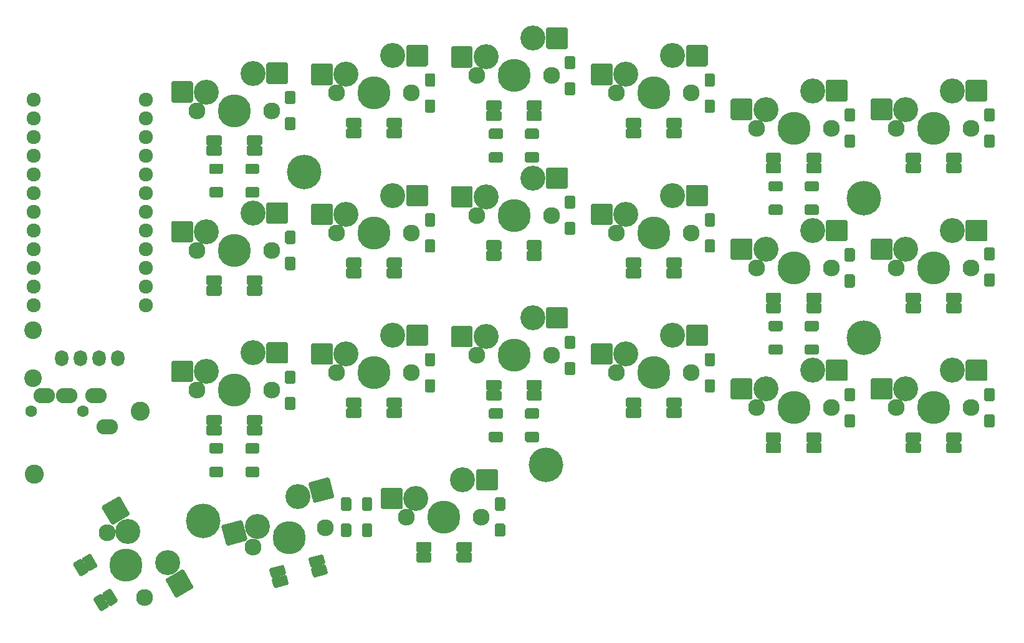
<source format=gbs>
G04 #@! TF.GenerationSoftware,KiCad,Pcbnew,(5.1.10)-1*
G04 #@! TF.CreationDate,2021-11-26T09:38:35+07:00*
G04 #@! TF.ProjectId,corne-cherry,636f726e-652d-4636-9865-7272792e6b69,3.0.1*
G04 #@! TF.SameCoordinates,Original*
G04 #@! TF.FileFunction,Soldermask,Bot*
G04 #@! TF.FilePolarity,Negative*
%FSLAX46Y46*%
G04 Gerber Fmt 4.6, Leading zero omitted, Abs format (unit mm)*
G04 Created by KiCad (PCBNEW (5.1.10)-1) date 2021-11-26 09:38:35*
%MOMM*%
%LPD*%
G01*
G04 APERTURE LIST*
%ADD10C,3.400000*%
%ADD11C,2.300000*%
%ADD12C,4.500000*%
%ADD13C,2.600000*%
%ADD14C,4.700000*%
%ADD15O,1.797000X2.178000*%
%ADD16C,2.400000*%
%ADD17O,2.900000X2.100000*%
%ADD18C,1.600000*%
%ADD19C,1.924000*%
G04 APERTURE END LIST*
G36*
G01*
X199166500Y-78792000D02*
X198166500Y-78792000D01*
G75*
G02*
X197966500Y-78592000I0J200000D01*
G01*
X197966500Y-77192000D01*
G75*
G02*
X198166500Y-76992000I200000J0D01*
G01*
X199166500Y-76992000D01*
G75*
G02*
X199366500Y-77192000I0J-200000D01*
G01*
X199366500Y-78592000D01*
G75*
G02*
X199166500Y-78792000I-200000J0D01*
G01*
G37*
G36*
G01*
X199166500Y-82342000D02*
X198166500Y-82342000D01*
G75*
G02*
X197966500Y-82142000I0J200000D01*
G01*
X197966500Y-80742000D01*
G75*
G02*
X198166500Y-80542000I200000J0D01*
G01*
X199166500Y-80542000D01*
G75*
G02*
X199366500Y-80742000I0J-200000D01*
G01*
X199366500Y-82142000D01*
G75*
G02*
X199166500Y-82342000I-200000J0D01*
G01*
G37*
G36*
G01*
X130766500Y-112667000D02*
X129766500Y-112667000D01*
G75*
G02*
X129566500Y-112467000I0J200000D01*
G01*
X129566500Y-111067000D01*
G75*
G02*
X129766500Y-110867000I200000J0D01*
G01*
X130766500Y-110867000D01*
G75*
G02*
X130966500Y-111067000I0J-200000D01*
G01*
X130966500Y-112467000D01*
G75*
G02*
X130766500Y-112667000I-200000J0D01*
G01*
G37*
G36*
G01*
X130766500Y-116217000D02*
X129766500Y-116217000D01*
G75*
G02*
X129566500Y-116017000I0J200000D01*
G01*
X129566500Y-114617000D01*
G75*
G02*
X129766500Y-114417000I200000J0D01*
G01*
X130766500Y-114417000D01*
G75*
G02*
X130966500Y-114617000I0J-200000D01*
G01*
X130966500Y-116017000D01*
G75*
G02*
X130766500Y-116217000I-200000J0D01*
G01*
G37*
G36*
G01*
X199166500Y-59792000D02*
X198166500Y-59792000D01*
G75*
G02*
X197966500Y-59592000I0J200000D01*
G01*
X197966500Y-58192000D01*
G75*
G02*
X198166500Y-57992000I200000J0D01*
G01*
X199166500Y-57992000D01*
G75*
G02*
X199366500Y-58192000I0J-200000D01*
G01*
X199366500Y-59592000D01*
G75*
G02*
X199166500Y-59792000I-200000J0D01*
G01*
G37*
G36*
G01*
X199166500Y-63342000D02*
X198166500Y-63342000D01*
G75*
G02*
X197966500Y-63142000I0J200000D01*
G01*
X197966500Y-61742000D01*
G75*
G02*
X198166500Y-61542000I200000J0D01*
G01*
X199166500Y-61542000D01*
G75*
G02*
X199366500Y-61742000I0J-200000D01*
G01*
X199366500Y-63142000D01*
G75*
G02*
X199166500Y-63342000I-200000J0D01*
G01*
G37*
G36*
G01*
X142166500Y-74042000D02*
X141166500Y-74042000D01*
G75*
G02*
X140966500Y-73842000I0J200000D01*
G01*
X140966500Y-72442000D01*
G75*
G02*
X141166500Y-72242000I200000J0D01*
G01*
X142166500Y-72242000D01*
G75*
G02*
X142366500Y-72442000I0J-200000D01*
G01*
X142366500Y-73842000D01*
G75*
G02*
X142166500Y-74042000I-200000J0D01*
G01*
G37*
G36*
G01*
X142166500Y-77592000D02*
X141166500Y-77592000D01*
G75*
G02*
X140966500Y-77392000I0J200000D01*
G01*
X140966500Y-75992000D01*
G75*
G02*
X141166500Y-75792000I200000J0D01*
G01*
X142166500Y-75792000D01*
G75*
G02*
X142366500Y-75992000I0J-200000D01*
G01*
X142366500Y-77392000D01*
G75*
G02*
X142166500Y-77592000I-200000J0D01*
G01*
G37*
G36*
G01*
X123159500Y-76422000D02*
X122159500Y-76422000D01*
G75*
G02*
X121959500Y-76222000I0J200000D01*
G01*
X121959500Y-74822000D01*
G75*
G02*
X122159500Y-74622000I200000J0D01*
G01*
X123159500Y-74622000D01*
G75*
G02*
X123359500Y-74822000I0J-200000D01*
G01*
X123359500Y-76222000D01*
G75*
G02*
X123159500Y-76422000I-200000J0D01*
G01*
G37*
G36*
G01*
X123159500Y-79972000D02*
X122159500Y-79972000D01*
G75*
G02*
X121959500Y-79772000I0J200000D01*
G01*
X121959500Y-78372000D01*
G75*
G02*
X122159500Y-78172000I200000J0D01*
G01*
X123159500Y-78172000D01*
G75*
G02*
X123359500Y-78372000I0J-200000D01*
G01*
X123359500Y-79772000D01*
G75*
G02*
X123159500Y-79972000I-200000J0D01*
G01*
G37*
G36*
G01*
X218166500Y-97792000D02*
X217166500Y-97792000D01*
G75*
G02*
X216966500Y-97592000I0J200000D01*
G01*
X216966500Y-96192000D01*
G75*
G02*
X217166500Y-95992000I200000J0D01*
G01*
X218166500Y-95992000D01*
G75*
G02*
X218366500Y-96192000I0J-200000D01*
G01*
X218366500Y-97592000D01*
G75*
G02*
X218166500Y-97792000I-200000J0D01*
G01*
G37*
G36*
G01*
X218166500Y-101342000D02*
X217166500Y-101342000D01*
G75*
G02*
X216966500Y-101142000I0J200000D01*
G01*
X216966500Y-99742000D01*
G75*
G02*
X217166500Y-99542000I200000J0D01*
G01*
X218166500Y-99542000D01*
G75*
G02*
X218366500Y-99742000I0J-200000D01*
G01*
X218366500Y-101142000D01*
G75*
G02*
X218166500Y-101342000I-200000J0D01*
G01*
G37*
G36*
G01*
X161166500Y-90667000D02*
X160166500Y-90667000D01*
G75*
G02*
X159966500Y-90467000I0J200000D01*
G01*
X159966500Y-89067000D01*
G75*
G02*
X160166500Y-88867000I200000J0D01*
G01*
X161166500Y-88867000D01*
G75*
G02*
X161366500Y-89067000I0J-200000D01*
G01*
X161366500Y-90467000D01*
G75*
G02*
X161166500Y-90667000I-200000J0D01*
G01*
G37*
G36*
G01*
X161166500Y-94217000D02*
X160166500Y-94217000D01*
G75*
G02*
X159966500Y-94017000I0J200000D01*
G01*
X159966500Y-92617000D01*
G75*
G02*
X160166500Y-92417000I200000J0D01*
G01*
X161166500Y-92417000D01*
G75*
G02*
X161366500Y-92617000I0J-200000D01*
G01*
X161366500Y-94017000D01*
G75*
G02*
X161166500Y-94217000I-200000J0D01*
G01*
G37*
G36*
G01*
X180166500Y-74042000D02*
X179166500Y-74042000D01*
G75*
G02*
X178966500Y-73842000I0J200000D01*
G01*
X178966500Y-72442000D01*
G75*
G02*
X179166500Y-72242000I200000J0D01*
G01*
X180166500Y-72242000D01*
G75*
G02*
X180366500Y-72442000I0J-200000D01*
G01*
X180366500Y-73842000D01*
G75*
G02*
X180166500Y-74042000I-200000J0D01*
G01*
G37*
G36*
G01*
X180166500Y-77592000D02*
X179166500Y-77592000D01*
G75*
G02*
X178966500Y-77392000I0J200000D01*
G01*
X178966500Y-75992000D01*
G75*
G02*
X179166500Y-75792000I200000J0D01*
G01*
X180166500Y-75792000D01*
G75*
G02*
X180366500Y-75992000I0J-200000D01*
G01*
X180366500Y-77392000D01*
G75*
G02*
X180166500Y-77592000I-200000J0D01*
G01*
G37*
G36*
G01*
X218166500Y-59792000D02*
X217166500Y-59792000D01*
G75*
G02*
X216966500Y-59592000I0J200000D01*
G01*
X216966500Y-58192000D01*
G75*
G02*
X217166500Y-57992000I200000J0D01*
G01*
X218166500Y-57992000D01*
G75*
G02*
X218366500Y-58192000I0J-200000D01*
G01*
X218366500Y-59592000D01*
G75*
G02*
X218166500Y-59792000I-200000J0D01*
G01*
G37*
G36*
G01*
X218166500Y-63342000D02*
X217166500Y-63342000D01*
G75*
G02*
X216966500Y-63142000I0J200000D01*
G01*
X216966500Y-61742000D01*
G75*
G02*
X217166500Y-61542000I200000J0D01*
G01*
X218166500Y-61542000D01*
G75*
G02*
X218366500Y-61742000I0J-200000D01*
G01*
X218366500Y-63142000D01*
G75*
G02*
X218166500Y-63342000I-200000J0D01*
G01*
G37*
G36*
G01*
X180166500Y-55042000D02*
X179166500Y-55042000D01*
G75*
G02*
X178966500Y-54842000I0J200000D01*
G01*
X178966500Y-53442000D01*
G75*
G02*
X179166500Y-53242000I200000J0D01*
G01*
X180166500Y-53242000D01*
G75*
G02*
X180366500Y-53442000I0J-200000D01*
G01*
X180366500Y-54842000D01*
G75*
G02*
X180166500Y-55042000I-200000J0D01*
G01*
G37*
G36*
G01*
X180166500Y-58592000D02*
X179166500Y-58592000D01*
G75*
G02*
X178966500Y-58392000I0J200000D01*
G01*
X178966500Y-56992000D01*
G75*
G02*
X179166500Y-56792000I200000J0D01*
G01*
X180166500Y-56792000D01*
G75*
G02*
X180366500Y-56992000I0J-200000D01*
G01*
X180366500Y-58392000D01*
G75*
G02*
X180166500Y-58592000I-200000J0D01*
G01*
G37*
G36*
G01*
X180166500Y-93042000D02*
X179166500Y-93042000D01*
G75*
G02*
X178966500Y-92842000I0J200000D01*
G01*
X178966500Y-91442000D01*
G75*
G02*
X179166500Y-91242000I200000J0D01*
G01*
X180166500Y-91242000D01*
G75*
G02*
X180366500Y-91442000I0J-200000D01*
G01*
X180366500Y-92842000D01*
G75*
G02*
X180166500Y-93042000I-200000J0D01*
G01*
G37*
G36*
G01*
X180166500Y-96592000D02*
X179166500Y-96592000D01*
G75*
G02*
X178966500Y-96392000I0J200000D01*
G01*
X178966500Y-94992000D01*
G75*
G02*
X179166500Y-94792000I200000J0D01*
G01*
X180166500Y-94792000D01*
G75*
G02*
X180366500Y-94992000I0J-200000D01*
G01*
X180366500Y-96392000D01*
G75*
G02*
X180166500Y-96592000I-200000J0D01*
G01*
G37*
G36*
G01*
X142166500Y-93042000D02*
X141166500Y-93042000D01*
G75*
G02*
X140966500Y-92842000I0J200000D01*
G01*
X140966500Y-91442000D01*
G75*
G02*
X141166500Y-91242000I200000J0D01*
G01*
X142166500Y-91242000D01*
G75*
G02*
X142366500Y-91442000I0J-200000D01*
G01*
X142366500Y-92842000D01*
G75*
G02*
X142166500Y-93042000I-200000J0D01*
G01*
G37*
G36*
G01*
X142166500Y-96592000D02*
X141166500Y-96592000D01*
G75*
G02*
X140966500Y-96392000I0J200000D01*
G01*
X140966500Y-94992000D01*
G75*
G02*
X141166500Y-94792000I200000J0D01*
G01*
X142166500Y-94792000D01*
G75*
G02*
X142366500Y-94992000I0J-200000D01*
G01*
X142366500Y-96392000D01*
G75*
G02*
X142166500Y-96592000I-200000J0D01*
G01*
G37*
G36*
G01*
X123159500Y-57422000D02*
X122159500Y-57422000D01*
G75*
G02*
X121959500Y-57222000I0J200000D01*
G01*
X121959500Y-55822000D01*
G75*
G02*
X122159500Y-55622000I200000J0D01*
G01*
X123159500Y-55622000D01*
G75*
G02*
X123359500Y-55822000I0J-200000D01*
G01*
X123359500Y-57222000D01*
G75*
G02*
X123159500Y-57422000I-200000J0D01*
G01*
G37*
G36*
G01*
X123159500Y-60972000D02*
X122159500Y-60972000D01*
G75*
G02*
X121959500Y-60772000I0J200000D01*
G01*
X121959500Y-59372000D01*
G75*
G02*
X122159500Y-59172000I200000J0D01*
G01*
X123159500Y-59172000D01*
G75*
G02*
X123359500Y-59372000I0J-200000D01*
G01*
X123359500Y-60772000D01*
G75*
G02*
X123159500Y-60972000I-200000J0D01*
G01*
G37*
G36*
G01*
X142166500Y-55042000D02*
X141166500Y-55042000D01*
G75*
G02*
X140966500Y-54842000I0J200000D01*
G01*
X140966500Y-53442000D01*
G75*
G02*
X141166500Y-53242000I200000J0D01*
G01*
X142166500Y-53242000D01*
G75*
G02*
X142366500Y-53442000I0J-200000D01*
G01*
X142366500Y-54842000D01*
G75*
G02*
X142166500Y-55042000I-200000J0D01*
G01*
G37*
G36*
G01*
X142166500Y-58592000D02*
X141166500Y-58592000D01*
G75*
G02*
X140966500Y-58392000I0J200000D01*
G01*
X140966500Y-56992000D01*
G75*
G02*
X141166500Y-56792000I200000J0D01*
G01*
X142166500Y-56792000D01*
G75*
G02*
X142366500Y-56992000I0J-200000D01*
G01*
X142366500Y-58392000D01*
G75*
G02*
X142166500Y-58592000I-200000J0D01*
G01*
G37*
G36*
G01*
X161166500Y-71667000D02*
X160166500Y-71667000D01*
G75*
G02*
X159966500Y-71467000I0J200000D01*
G01*
X159966500Y-70067000D01*
G75*
G02*
X160166500Y-69867000I200000J0D01*
G01*
X161166500Y-69867000D01*
G75*
G02*
X161366500Y-70067000I0J-200000D01*
G01*
X161366500Y-71467000D01*
G75*
G02*
X161166500Y-71667000I-200000J0D01*
G01*
G37*
G36*
G01*
X161166500Y-75217000D02*
X160166500Y-75217000D01*
G75*
G02*
X159966500Y-75017000I0J200000D01*
G01*
X159966500Y-73617000D01*
G75*
G02*
X160166500Y-73417000I200000J0D01*
G01*
X161166500Y-73417000D01*
G75*
G02*
X161366500Y-73617000I0J-200000D01*
G01*
X161366500Y-75017000D01*
G75*
G02*
X161166500Y-75217000I-200000J0D01*
G01*
G37*
G36*
G01*
X199166500Y-97792000D02*
X198166500Y-97792000D01*
G75*
G02*
X197966500Y-97592000I0J200000D01*
G01*
X197966500Y-96192000D01*
G75*
G02*
X198166500Y-95992000I200000J0D01*
G01*
X199166500Y-95992000D01*
G75*
G02*
X199366500Y-96192000I0J-200000D01*
G01*
X199366500Y-97592000D01*
G75*
G02*
X199166500Y-97792000I-200000J0D01*
G01*
G37*
G36*
G01*
X199166500Y-101342000D02*
X198166500Y-101342000D01*
G75*
G02*
X197966500Y-101142000I0J200000D01*
G01*
X197966500Y-99742000D01*
G75*
G02*
X198166500Y-99542000I200000J0D01*
G01*
X199166500Y-99542000D01*
G75*
G02*
X199366500Y-99742000I0J-200000D01*
G01*
X199366500Y-101142000D01*
G75*
G02*
X199166500Y-101342000I-200000J0D01*
G01*
G37*
G36*
G01*
X123159500Y-95422000D02*
X122159500Y-95422000D01*
G75*
G02*
X121959500Y-95222000I0J200000D01*
G01*
X121959500Y-93822000D01*
G75*
G02*
X122159500Y-93622000I200000J0D01*
G01*
X123159500Y-93622000D01*
G75*
G02*
X123359500Y-93822000I0J-200000D01*
G01*
X123359500Y-95222000D01*
G75*
G02*
X123159500Y-95422000I-200000J0D01*
G01*
G37*
G36*
G01*
X123159500Y-98972000D02*
X122159500Y-98972000D01*
G75*
G02*
X121959500Y-98772000I0J200000D01*
G01*
X121959500Y-97372000D01*
G75*
G02*
X122159500Y-97172000I200000J0D01*
G01*
X123159500Y-97172000D01*
G75*
G02*
X123359500Y-97372000I0J-200000D01*
G01*
X123359500Y-98772000D01*
G75*
G02*
X123159500Y-98972000I-200000J0D01*
G01*
G37*
G36*
G01*
X151666500Y-112652000D02*
X150666500Y-112652000D01*
G75*
G02*
X150466500Y-112452000I0J200000D01*
G01*
X150466500Y-111052000D01*
G75*
G02*
X150666500Y-110852000I200000J0D01*
G01*
X151666500Y-110852000D01*
G75*
G02*
X151866500Y-111052000I0J-200000D01*
G01*
X151866500Y-112452000D01*
G75*
G02*
X151666500Y-112652000I-200000J0D01*
G01*
G37*
G36*
G01*
X151666500Y-116202000D02*
X150666500Y-116202000D01*
G75*
G02*
X150466500Y-116002000I0J200000D01*
G01*
X150466500Y-114602000D01*
G75*
G02*
X150666500Y-114402000I200000J0D01*
G01*
X151666500Y-114402000D01*
G75*
G02*
X151866500Y-114602000I0J-200000D01*
G01*
X151866500Y-116002000D01*
G75*
G02*
X151666500Y-116202000I-200000J0D01*
G01*
G37*
G36*
G01*
X218166500Y-78642000D02*
X217166500Y-78642000D01*
G75*
G02*
X216966500Y-78442000I0J200000D01*
G01*
X216966500Y-77042000D01*
G75*
G02*
X217166500Y-76842000I200000J0D01*
G01*
X218166500Y-76842000D01*
G75*
G02*
X218366500Y-77042000I0J-200000D01*
G01*
X218366500Y-78442000D01*
G75*
G02*
X218166500Y-78642000I-200000J0D01*
G01*
G37*
G36*
G01*
X218166500Y-82192000D02*
X217166500Y-82192000D01*
G75*
G02*
X216966500Y-81992000I0J200000D01*
G01*
X216966500Y-80592000D01*
G75*
G02*
X217166500Y-80392000I200000J0D01*
G01*
X218166500Y-80392000D01*
G75*
G02*
X218366500Y-80592000I0J-200000D01*
G01*
X218366500Y-81992000D01*
G75*
G02*
X218166500Y-82192000I-200000J0D01*
G01*
G37*
G36*
G01*
X133616500Y-112667000D02*
X132616500Y-112667000D01*
G75*
G02*
X132416500Y-112467000I0J200000D01*
G01*
X132416500Y-111067000D01*
G75*
G02*
X132616500Y-110867000I200000J0D01*
G01*
X133616500Y-110867000D01*
G75*
G02*
X133816500Y-111067000I0J-200000D01*
G01*
X133816500Y-112467000D01*
G75*
G02*
X133616500Y-112667000I-200000J0D01*
G01*
G37*
G36*
G01*
X133616500Y-116217000D02*
X132616500Y-116217000D01*
G75*
G02*
X132416500Y-116017000I0J200000D01*
G01*
X132416500Y-114617000D01*
G75*
G02*
X132616500Y-114417000I200000J0D01*
G01*
X133616500Y-114417000D01*
G75*
G02*
X133816500Y-114617000I0J-200000D01*
G01*
X133816500Y-116017000D01*
G75*
G02*
X133616500Y-116217000I-200000J0D01*
G01*
G37*
D10*
X136606500Y-69837000D03*
X130256500Y-72377000D03*
G36*
G01*
X141383500Y-68587000D02*
X141383500Y-71087000D01*
G75*
G02*
X141183500Y-71287000I-200000J0D01*
G01*
X138633500Y-71287000D01*
G75*
G02*
X138433500Y-71087000I0J200000D01*
G01*
X138433500Y-68587000D01*
G75*
G02*
X138633500Y-68387000I200000J0D01*
G01*
X141183500Y-68387000D01*
G75*
G02*
X141383500Y-68587000I0J-200000D01*
G01*
G37*
D11*
X128986500Y-74917000D03*
X139146500Y-74917000D03*
D12*
X134066500Y-74917000D03*
G36*
G01*
X128456500Y-71127000D02*
X128456500Y-73627000D01*
G75*
G02*
X128256500Y-73827000I-200000J0D01*
G01*
X125706500Y-73827000D01*
G75*
G02*
X125506500Y-73627000I0J200000D01*
G01*
X125506500Y-71127000D01*
G75*
G02*
X125706500Y-70927000I200000J0D01*
G01*
X128256500Y-70927000D01*
G75*
G02*
X128456500Y-71127000I0J-200000D01*
G01*
G37*
D10*
X117599500Y-53217000D03*
X111249500Y-55757000D03*
G36*
G01*
X122376500Y-51967000D02*
X122376500Y-54467000D01*
G75*
G02*
X122176500Y-54667000I-200000J0D01*
G01*
X119626500Y-54667000D01*
G75*
G02*
X119426500Y-54467000I0J200000D01*
G01*
X119426500Y-51967000D01*
G75*
G02*
X119626500Y-51767000I200000J0D01*
G01*
X122176500Y-51767000D01*
G75*
G02*
X122376500Y-51967000I0J-200000D01*
G01*
G37*
D11*
X109979500Y-58297000D03*
X120139500Y-58297000D03*
D12*
X115059500Y-58297000D03*
G36*
G01*
X109449500Y-54507000D02*
X109449500Y-57007000D01*
G75*
G02*
X109249500Y-57207000I-200000J0D01*
G01*
X106699500Y-57207000D01*
G75*
G02*
X106499500Y-57007000I0J200000D01*
G01*
X106499500Y-54507000D01*
G75*
G02*
X106699500Y-54307000I200000J0D01*
G01*
X109249500Y-54307000D01*
G75*
G02*
X109449500Y-54507000I0J-200000D01*
G01*
G37*
D10*
X193606500Y-74587000D03*
X187256500Y-77127000D03*
G36*
G01*
X198383500Y-73337000D02*
X198383500Y-75837000D01*
G75*
G02*
X198183500Y-76037000I-200000J0D01*
G01*
X195633500Y-76037000D01*
G75*
G02*
X195433500Y-75837000I0J200000D01*
G01*
X195433500Y-73337000D01*
G75*
G02*
X195633500Y-73137000I200000J0D01*
G01*
X198183500Y-73137000D01*
G75*
G02*
X198383500Y-73337000I0J-200000D01*
G01*
G37*
D11*
X185986500Y-79667000D03*
X196146500Y-79667000D03*
D12*
X191066500Y-79667000D03*
G36*
G01*
X185456500Y-75877000D02*
X185456500Y-78377000D01*
G75*
G02*
X185256500Y-78577000I-200000J0D01*
G01*
X182706500Y-78577000D01*
G75*
G02*
X182506500Y-78377000I0J200000D01*
G01*
X182506500Y-75877000D01*
G75*
G02*
X182706500Y-75677000I200000J0D01*
G01*
X185256500Y-75677000D01*
G75*
G02*
X185456500Y-75877000I0J-200000D01*
G01*
G37*
D10*
X212606500Y-93587000D03*
X206256500Y-96127000D03*
G36*
G01*
X217383500Y-92337000D02*
X217383500Y-94837000D01*
G75*
G02*
X217183500Y-95037000I-200000J0D01*
G01*
X214633500Y-95037000D01*
G75*
G02*
X214433500Y-94837000I0J200000D01*
G01*
X214433500Y-92337000D01*
G75*
G02*
X214633500Y-92137000I200000J0D01*
G01*
X217183500Y-92137000D01*
G75*
G02*
X217383500Y-92337000I0J-200000D01*
G01*
G37*
D11*
X204986500Y-98667000D03*
X215146500Y-98667000D03*
D12*
X210066500Y-98667000D03*
G36*
G01*
X204456500Y-94877000D02*
X204456500Y-97377000D01*
G75*
G02*
X204256500Y-97577000I-200000J0D01*
G01*
X201706500Y-97577000D01*
G75*
G02*
X201506500Y-97377000I0J200000D01*
G01*
X201506500Y-94877000D01*
G75*
G02*
X201706500Y-94677000I200000J0D01*
G01*
X204256500Y-94677000D01*
G75*
G02*
X204456500Y-94877000I0J-200000D01*
G01*
G37*
D10*
X193606500Y-55587000D03*
X187256500Y-58127000D03*
G36*
G01*
X198383500Y-54337000D02*
X198383500Y-56837000D01*
G75*
G02*
X198183500Y-57037000I-200000J0D01*
G01*
X195633500Y-57037000D01*
G75*
G02*
X195433500Y-56837000I0J200000D01*
G01*
X195433500Y-54337000D01*
G75*
G02*
X195633500Y-54137000I200000J0D01*
G01*
X198183500Y-54137000D01*
G75*
G02*
X198383500Y-54337000I0J-200000D01*
G01*
G37*
D11*
X185986500Y-60667000D03*
X196146500Y-60667000D03*
D12*
X191066500Y-60667000D03*
G36*
G01*
X185456500Y-56877000D02*
X185456500Y-59377000D01*
G75*
G02*
X185256500Y-59577000I-200000J0D01*
G01*
X182706500Y-59577000D01*
G75*
G02*
X182506500Y-59377000I0J200000D01*
G01*
X182506500Y-56877000D01*
G75*
G02*
X182706500Y-56677000I200000J0D01*
G01*
X185256500Y-56677000D01*
G75*
G02*
X185456500Y-56877000I0J-200000D01*
G01*
G37*
D10*
X174606500Y-50837000D03*
X168256500Y-53377000D03*
G36*
G01*
X179383500Y-49587000D02*
X179383500Y-52087000D01*
G75*
G02*
X179183500Y-52287000I-200000J0D01*
G01*
X176633500Y-52287000D01*
G75*
G02*
X176433500Y-52087000I0J200000D01*
G01*
X176433500Y-49587000D01*
G75*
G02*
X176633500Y-49387000I200000J0D01*
G01*
X179183500Y-49387000D01*
G75*
G02*
X179383500Y-49587000I0J-200000D01*
G01*
G37*
D11*
X166986500Y-55917000D03*
X177146500Y-55917000D03*
D12*
X172066500Y-55917000D03*
G36*
G01*
X166456500Y-52127000D02*
X166456500Y-54627000D01*
G75*
G02*
X166256500Y-54827000I-200000J0D01*
G01*
X163706500Y-54827000D01*
G75*
G02*
X163506500Y-54627000I0J200000D01*
G01*
X163506500Y-52127000D01*
G75*
G02*
X163706500Y-51927000I200000J0D01*
G01*
X166256500Y-51927000D01*
G75*
G02*
X166456500Y-52127000I0J-200000D01*
G01*
G37*
D10*
X174606500Y-69837000D03*
X168256500Y-72377000D03*
G36*
G01*
X179383500Y-68587000D02*
X179383500Y-71087000D01*
G75*
G02*
X179183500Y-71287000I-200000J0D01*
G01*
X176633500Y-71287000D01*
G75*
G02*
X176433500Y-71087000I0J200000D01*
G01*
X176433500Y-68587000D01*
G75*
G02*
X176633500Y-68387000I200000J0D01*
G01*
X179183500Y-68387000D01*
G75*
G02*
X179383500Y-68587000I0J-200000D01*
G01*
G37*
D11*
X166986500Y-74917000D03*
X177146500Y-74917000D03*
D12*
X172066500Y-74917000D03*
G36*
G01*
X166456500Y-71127000D02*
X166456500Y-73627000D01*
G75*
G02*
X166256500Y-73827000I-200000J0D01*
G01*
X163706500Y-73827000D01*
G75*
G02*
X163506500Y-73627000I0J200000D01*
G01*
X163506500Y-71127000D01*
G75*
G02*
X163706500Y-70927000I200000J0D01*
G01*
X166256500Y-70927000D01*
G75*
G02*
X166456500Y-71127000I0J-200000D01*
G01*
G37*
D10*
X212606500Y-74587000D03*
X206256500Y-77127000D03*
G36*
G01*
X217383500Y-73337000D02*
X217383500Y-75837000D01*
G75*
G02*
X217183500Y-76037000I-200000J0D01*
G01*
X214633500Y-76037000D01*
G75*
G02*
X214433500Y-75837000I0J200000D01*
G01*
X214433500Y-73337000D01*
G75*
G02*
X214633500Y-73137000I200000J0D01*
G01*
X217183500Y-73137000D01*
G75*
G02*
X217383500Y-73337000I0J-200000D01*
G01*
G37*
D11*
X204986500Y-79667000D03*
X215146500Y-79667000D03*
D12*
X210066500Y-79667000D03*
G36*
G01*
X204456500Y-75877000D02*
X204456500Y-78377000D01*
G75*
G02*
X204256500Y-78577000I-200000J0D01*
G01*
X201706500Y-78577000D01*
G75*
G02*
X201506500Y-78377000I0J200000D01*
G01*
X201506500Y-75877000D01*
G75*
G02*
X201706500Y-75677000I200000J0D01*
G01*
X204256500Y-75677000D01*
G75*
G02*
X204456500Y-75877000I0J-200000D01*
G01*
G37*
D10*
X155606500Y-67462000D03*
X149256500Y-70002000D03*
G36*
G01*
X160383500Y-66212000D02*
X160383500Y-68712000D01*
G75*
G02*
X160183500Y-68912000I-200000J0D01*
G01*
X157633500Y-68912000D01*
G75*
G02*
X157433500Y-68712000I0J200000D01*
G01*
X157433500Y-66212000D01*
G75*
G02*
X157633500Y-66012000I200000J0D01*
G01*
X160183500Y-66012000D01*
G75*
G02*
X160383500Y-66212000I0J-200000D01*
G01*
G37*
D11*
X147986500Y-72542000D03*
X158146500Y-72542000D03*
D12*
X153066500Y-72542000D03*
G36*
G01*
X147456500Y-68752000D02*
X147456500Y-71252000D01*
G75*
G02*
X147256500Y-71452000I-200000J0D01*
G01*
X144706500Y-71452000D01*
G75*
G02*
X144506500Y-71252000I0J200000D01*
G01*
X144506500Y-68752000D01*
G75*
G02*
X144706500Y-68552000I200000J0D01*
G01*
X147256500Y-68552000D01*
G75*
G02*
X147456500Y-68752000I0J-200000D01*
G01*
G37*
D10*
X136606500Y-88837000D03*
X130256500Y-91377000D03*
G36*
G01*
X141383500Y-87587000D02*
X141383500Y-90087000D01*
G75*
G02*
X141183500Y-90287000I-200000J0D01*
G01*
X138633500Y-90287000D01*
G75*
G02*
X138433500Y-90087000I0J200000D01*
G01*
X138433500Y-87587000D01*
G75*
G02*
X138633500Y-87387000I200000J0D01*
G01*
X141183500Y-87387000D01*
G75*
G02*
X141383500Y-87587000I0J-200000D01*
G01*
G37*
D11*
X128986500Y-93917000D03*
X139146500Y-93917000D03*
D12*
X134066500Y-93917000D03*
G36*
G01*
X128456500Y-90127000D02*
X128456500Y-92627000D01*
G75*
G02*
X128256500Y-92827000I-200000J0D01*
G01*
X125706500Y-92827000D01*
G75*
G02*
X125506500Y-92627000I0J200000D01*
G01*
X125506500Y-90127000D01*
G75*
G02*
X125706500Y-89927000I200000J0D01*
G01*
X128256500Y-89927000D01*
G75*
G02*
X128456500Y-90127000I0J-200000D01*
G01*
G37*
D10*
X155606500Y-48462000D03*
X149256500Y-51002000D03*
G36*
G01*
X160383500Y-47212000D02*
X160383500Y-49712000D01*
G75*
G02*
X160183500Y-49912000I-200000J0D01*
G01*
X157633500Y-49912000D01*
G75*
G02*
X157433500Y-49712000I0J200000D01*
G01*
X157433500Y-47212000D01*
G75*
G02*
X157633500Y-47012000I200000J0D01*
G01*
X160183500Y-47012000D01*
G75*
G02*
X160383500Y-47212000I0J-200000D01*
G01*
G37*
D11*
X147986500Y-53542000D03*
X158146500Y-53542000D03*
D12*
X153066500Y-53542000D03*
G36*
G01*
X147456500Y-49752000D02*
X147456500Y-52252000D01*
G75*
G02*
X147256500Y-52452000I-200000J0D01*
G01*
X144706500Y-52452000D01*
G75*
G02*
X144506500Y-52252000I0J200000D01*
G01*
X144506500Y-49752000D01*
G75*
G02*
X144706500Y-49552000I200000J0D01*
G01*
X147256500Y-49552000D01*
G75*
G02*
X147456500Y-49752000I0J-200000D01*
G01*
G37*
D10*
X146106500Y-108462000D03*
X139756500Y-111002000D03*
G36*
G01*
X150883500Y-107212000D02*
X150883500Y-109712000D01*
G75*
G02*
X150683500Y-109912000I-200000J0D01*
G01*
X148133500Y-109912000D01*
G75*
G02*
X147933500Y-109712000I0J200000D01*
G01*
X147933500Y-107212000D01*
G75*
G02*
X148133500Y-107012000I200000J0D01*
G01*
X150683500Y-107012000D01*
G75*
G02*
X150883500Y-107212000I0J-200000D01*
G01*
G37*
D11*
X138486500Y-113542000D03*
X148646500Y-113542000D03*
D12*
X143566500Y-113542000D03*
G36*
G01*
X137956500Y-109752000D02*
X137956500Y-112252000D01*
G75*
G02*
X137756500Y-112452000I-200000J0D01*
G01*
X135206500Y-112452000D01*
G75*
G02*
X135006500Y-112252000I0J200000D01*
G01*
X135006500Y-109752000D01*
G75*
G02*
X135206500Y-109552000I200000J0D01*
G01*
X137756500Y-109552000D01*
G75*
G02*
X137956500Y-109752000I0J-200000D01*
G01*
G37*
D10*
X123705151Y-110727696D03*
X118228922Y-114824649D03*
G36*
G01*
X127995855Y-108283910D02*
X128642902Y-110698725D01*
G75*
G02*
X128501481Y-110943674I-193185J-51764D01*
G01*
X126038370Y-111603663D01*
G75*
G02*
X125793421Y-111462242I-51764J193185D01*
G01*
X125146374Y-109047427D01*
G75*
G02*
X125287795Y-108802478I193185J51764D01*
G01*
X127750906Y-108142489D01*
G75*
G02*
X127995855Y-108283910I51764J-193185D01*
G01*
G37*
D11*
X117659597Y-117606801D03*
X127473403Y-114977199D03*
D12*
X122566500Y-116292000D03*
G36*
G01*
X116166732Y-114083115D02*
X116813779Y-116497930D01*
G75*
G02*
X116672358Y-116742879I-193185J-51764D01*
G01*
X114209247Y-117402868D01*
G75*
G02*
X113964298Y-117261447I-51764J193185D01*
G01*
X113317251Y-114846632D01*
G75*
G02*
X113458672Y-114601683I193185J51764D01*
G01*
X115921783Y-113941694D01*
G75*
G02*
X116166732Y-114083115I51764J-193185D01*
G01*
G37*
D10*
X174606500Y-88837000D03*
X168256500Y-91377000D03*
G36*
G01*
X179383500Y-87587000D02*
X179383500Y-90087000D01*
G75*
G02*
X179183500Y-90287000I-200000J0D01*
G01*
X176633500Y-90287000D01*
G75*
G02*
X176433500Y-90087000I0J200000D01*
G01*
X176433500Y-87587000D01*
G75*
G02*
X176633500Y-87387000I200000J0D01*
G01*
X179183500Y-87387000D01*
G75*
G02*
X179383500Y-87587000I0J-200000D01*
G01*
G37*
D11*
X166986500Y-93917000D03*
X177146500Y-93917000D03*
D12*
X172066500Y-93917000D03*
G36*
G01*
X166456500Y-90127000D02*
X166456500Y-92627000D01*
G75*
G02*
X166256500Y-92827000I-200000J0D01*
G01*
X163706500Y-92827000D01*
G75*
G02*
X163506500Y-92627000I0J200000D01*
G01*
X163506500Y-90127000D01*
G75*
G02*
X163706500Y-89927000I200000J0D01*
G01*
X166256500Y-89927000D01*
G75*
G02*
X166456500Y-90127000I0J-200000D01*
G01*
G37*
D10*
X136606500Y-50837000D03*
X130256500Y-53377000D03*
G36*
G01*
X141383500Y-49587000D02*
X141383500Y-52087000D01*
G75*
G02*
X141183500Y-52287000I-200000J0D01*
G01*
X138633500Y-52287000D01*
G75*
G02*
X138433500Y-52087000I0J200000D01*
G01*
X138433500Y-49587000D01*
G75*
G02*
X138633500Y-49387000I200000J0D01*
G01*
X141183500Y-49387000D01*
G75*
G02*
X141383500Y-49587000I0J-200000D01*
G01*
G37*
D11*
X128986500Y-55917000D03*
X139146500Y-55917000D03*
D12*
X134066500Y-55917000D03*
G36*
G01*
X128456500Y-52127000D02*
X128456500Y-54627000D01*
G75*
G02*
X128256500Y-54827000I-200000J0D01*
G01*
X125706500Y-54827000D01*
G75*
G02*
X125506500Y-54627000I0J200000D01*
G01*
X125506500Y-52127000D01*
G75*
G02*
X125706500Y-51927000I200000J0D01*
G01*
X128256500Y-51927000D01*
G75*
G02*
X128456500Y-52127000I0J-200000D01*
G01*
G37*
D13*
X102302500Y-99156000D03*
D14*
X124596500Y-66667500D03*
X110841500Y-114037000D03*
X157407500Y-106422500D03*
X200551500Y-89157500D03*
X200551500Y-70157500D03*
D13*
X87870500Y-107677000D03*
G36*
G01*
X161166500Y-52667000D02*
X160166500Y-52667000D01*
G75*
G02*
X159966500Y-52467000I0J200000D01*
G01*
X159966500Y-51067000D01*
G75*
G02*
X160166500Y-50867000I200000J0D01*
G01*
X161166500Y-50867000D01*
G75*
G02*
X161366500Y-51067000I0J-200000D01*
G01*
X161366500Y-52467000D01*
G75*
G02*
X161166500Y-52667000I-200000J0D01*
G01*
G37*
G36*
G01*
X161166500Y-56217000D02*
X160166500Y-56217000D01*
G75*
G02*
X159966500Y-56017000I0J200000D01*
G01*
X159966500Y-54617000D01*
G75*
G02*
X160166500Y-54417000I200000J0D01*
G01*
X161166500Y-54417000D01*
G75*
G02*
X161366500Y-54617000I0J-200000D01*
G01*
X161366500Y-56017000D01*
G75*
G02*
X161166500Y-56217000I-200000J0D01*
G01*
G37*
G36*
G01*
X194459500Y-68072000D02*
X194459500Y-69072000D01*
G75*
G02*
X194259500Y-69272000I-200000J0D01*
G01*
X192759500Y-69272000D01*
G75*
G02*
X192559500Y-69072000I0J200000D01*
G01*
X192559500Y-68072000D01*
G75*
G02*
X192759500Y-67872000I200000J0D01*
G01*
X194259500Y-67872000D01*
G75*
G02*
X194459500Y-68072000I0J-200000D01*
G01*
G37*
G36*
G01*
X194459500Y-71272000D02*
X194459500Y-72272000D01*
G75*
G02*
X194259500Y-72472000I-200000J0D01*
G01*
X192759500Y-72472000D01*
G75*
G02*
X192559500Y-72272000I0J200000D01*
G01*
X192559500Y-71272000D01*
G75*
G02*
X192759500Y-71072000I200000J0D01*
G01*
X194259500Y-71072000D01*
G75*
G02*
X194459500Y-71272000I0J-200000D01*
G01*
G37*
G36*
G01*
X189559500Y-68072000D02*
X189559500Y-69072000D01*
G75*
G02*
X189359500Y-69272000I-200000J0D01*
G01*
X187859500Y-69272000D01*
G75*
G02*
X187659500Y-69072000I0J200000D01*
G01*
X187659500Y-68072000D01*
G75*
G02*
X187859500Y-67872000I200000J0D01*
G01*
X189359500Y-67872000D01*
G75*
G02*
X189559500Y-68072000I0J-200000D01*
G01*
G37*
G36*
G01*
X189559500Y-71272000D02*
X189559500Y-72272000D01*
G75*
G02*
X189359500Y-72472000I-200000J0D01*
G01*
X187859500Y-72472000D01*
G75*
G02*
X187659500Y-72272000I0J200000D01*
G01*
X187659500Y-71272000D01*
G75*
G02*
X187859500Y-71072000I200000J0D01*
G01*
X189359500Y-71072000D01*
G75*
G02*
X189559500Y-71272000I0J-200000D01*
G01*
G37*
D15*
X99249500Y-91912000D03*
X96709500Y-91912000D03*
X94169500Y-91912000D03*
X91629500Y-91912000D03*
D10*
X105985909Y-119701705D03*
X100611205Y-115472443D03*
G36*
G01*
X109456941Y-123213707D02*
X107291877Y-124463707D01*
G75*
G02*
X107018672Y-124390502I-100000J173205D01*
G01*
X105743672Y-122182138D01*
G75*
G02*
X105816877Y-121908933I173205J100000D01*
G01*
X107981941Y-120658933D01*
G75*
G02*
X108255146Y-120732138I100000J-173205D01*
G01*
X109530146Y-122940502D01*
G75*
G02*
X109456941Y-123213707I-173205J-100000D01*
G01*
G37*
D11*
X97776500Y-115642591D03*
X102856500Y-124441409D03*
D12*
X100316500Y-120042000D03*
G36*
G01*
X100793737Y-113288597D02*
X98628673Y-114538597D01*
G75*
G02*
X98355468Y-114465392I-100000J173205D01*
G01*
X97080468Y-112257028D01*
G75*
G02*
X97153673Y-111983823I173205J100000D01*
G01*
X99318737Y-110733823D01*
G75*
G02*
X99591942Y-110807028I100000J-173205D01*
G01*
X100866942Y-113015392D01*
G75*
G02*
X100793737Y-113288597I-173205J-100000D01*
G01*
G37*
D16*
X87756500Y-88164000D03*
X87756500Y-94664000D03*
D17*
X97789500Y-101262000D03*
X96289500Y-97062000D03*
X92289500Y-97062000D03*
X89289500Y-97062000D03*
D18*
X94489500Y-99162000D03*
X87489500Y-99162000D03*
D19*
X87830900Y-56804000D03*
X87830900Y-59344000D03*
X87830900Y-61884000D03*
X87830900Y-64424000D03*
X87830900Y-66964000D03*
X87830900Y-69504000D03*
X87830900Y-72044000D03*
X87830900Y-74584000D03*
X87830900Y-77124000D03*
X87830900Y-79664000D03*
X87830900Y-82204000D03*
X87830900Y-84744000D03*
X103050900Y-84744000D03*
X103050900Y-82204000D03*
X103050900Y-79664000D03*
X103050900Y-77124000D03*
X103050900Y-74584000D03*
X103050900Y-72044000D03*
X103050900Y-69504000D03*
X103050900Y-66964000D03*
X103050900Y-64424000D03*
X103050900Y-61884000D03*
X103050900Y-59344000D03*
X103050900Y-56804000D03*
D10*
X212606500Y-55587000D03*
X206256500Y-58127000D03*
G36*
G01*
X217383500Y-54337000D02*
X217383500Y-56837000D01*
G75*
G02*
X217183500Y-57037000I-200000J0D01*
G01*
X214633500Y-57037000D01*
G75*
G02*
X214433500Y-56837000I0J200000D01*
G01*
X214433500Y-54337000D01*
G75*
G02*
X214633500Y-54137000I200000J0D01*
G01*
X217183500Y-54137000D01*
G75*
G02*
X217383500Y-54337000I0J-200000D01*
G01*
G37*
D11*
X204986500Y-60667000D03*
X215146500Y-60667000D03*
D12*
X210066500Y-60667000D03*
G36*
G01*
X204456500Y-56877000D02*
X204456500Y-59377000D01*
G75*
G02*
X204256500Y-59577000I-200000J0D01*
G01*
X201706500Y-59577000D01*
G75*
G02*
X201506500Y-59377000I0J200000D01*
G01*
X201506500Y-56877000D01*
G75*
G02*
X201706500Y-56677000I200000J0D01*
G01*
X204256500Y-56677000D01*
G75*
G02*
X204456500Y-56877000I0J-200000D01*
G01*
G37*
G36*
G01*
X194459500Y-87072000D02*
X194459500Y-88072000D01*
G75*
G02*
X194259500Y-88272000I-200000J0D01*
G01*
X192759500Y-88272000D01*
G75*
G02*
X192559500Y-88072000I0J200000D01*
G01*
X192559500Y-87072000D01*
G75*
G02*
X192759500Y-86872000I200000J0D01*
G01*
X194259500Y-86872000D01*
G75*
G02*
X194459500Y-87072000I0J-200000D01*
G01*
G37*
G36*
G01*
X194459500Y-90272000D02*
X194459500Y-91272000D01*
G75*
G02*
X194259500Y-91472000I-200000J0D01*
G01*
X192759500Y-91472000D01*
G75*
G02*
X192559500Y-91272000I0J200000D01*
G01*
X192559500Y-90272000D01*
G75*
G02*
X192759500Y-90072000I200000J0D01*
G01*
X194259500Y-90072000D01*
G75*
G02*
X194459500Y-90272000I0J-200000D01*
G01*
G37*
G36*
G01*
X189559500Y-87072000D02*
X189559500Y-88072000D01*
G75*
G02*
X189359500Y-88272000I-200000J0D01*
G01*
X187859500Y-88272000D01*
G75*
G02*
X187659500Y-88072000I0J200000D01*
G01*
X187659500Y-87072000D01*
G75*
G02*
X187859500Y-86872000I200000J0D01*
G01*
X189359500Y-86872000D01*
G75*
G02*
X189559500Y-87072000I0J-200000D01*
G01*
G37*
G36*
G01*
X189559500Y-90272000D02*
X189559500Y-91272000D01*
G75*
G02*
X189359500Y-91472000I-200000J0D01*
G01*
X187859500Y-91472000D01*
G75*
G02*
X187659500Y-91272000I0J200000D01*
G01*
X187659500Y-90272000D01*
G75*
G02*
X187859500Y-90072000I200000J0D01*
G01*
X189359500Y-90072000D01*
G75*
G02*
X189559500Y-90272000I0J-200000D01*
G01*
G37*
G36*
G01*
X118459500Y-65697000D02*
X118459500Y-66697000D01*
G75*
G02*
X118259500Y-66897000I-200000J0D01*
G01*
X116759500Y-66897000D01*
G75*
G02*
X116559500Y-66697000I0J200000D01*
G01*
X116559500Y-65697000D01*
G75*
G02*
X116759500Y-65497000I200000J0D01*
G01*
X118259500Y-65497000D01*
G75*
G02*
X118459500Y-65697000I0J-200000D01*
G01*
G37*
G36*
G01*
X118459500Y-68897000D02*
X118459500Y-69897000D01*
G75*
G02*
X118259500Y-70097000I-200000J0D01*
G01*
X116759500Y-70097000D01*
G75*
G02*
X116559500Y-69897000I0J200000D01*
G01*
X116559500Y-68897000D01*
G75*
G02*
X116759500Y-68697000I200000J0D01*
G01*
X118259500Y-68697000D01*
G75*
G02*
X118459500Y-68897000I0J-200000D01*
G01*
G37*
G36*
G01*
X113559500Y-65697000D02*
X113559500Y-66697000D01*
G75*
G02*
X113359500Y-66897000I-200000J0D01*
G01*
X111859500Y-66897000D01*
G75*
G02*
X111659500Y-66697000I0J200000D01*
G01*
X111659500Y-65697000D01*
G75*
G02*
X111859500Y-65497000I200000J0D01*
G01*
X113359500Y-65497000D01*
G75*
G02*
X113559500Y-65697000I0J-200000D01*
G01*
G37*
G36*
G01*
X113559500Y-68897000D02*
X113559500Y-69897000D01*
G75*
G02*
X113359500Y-70097000I-200000J0D01*
G01*
X111859500Y-70097000D01*
G75*
G02*
X111659500Y-69897000I0J200000D01*
G01*
X111659500Y-68897000D01*
G75*
G02*
X111859500Y-68697000I200000J0D01*
G01*
X113359500Y-68697000D01*
G75*
G02*
X113559500Y-68897000I0J-200000D01*
G01*
G37*
G36*
G01*
X118459500Y-103697000D02*
X118459500Y-104697000D01*
G75*
G02*
X118259500Y-104897000I-200000J0D01*
G01*
X116759500Y-104897000D01*
G75*
G02*
X116559500Y-104697000I0J200000D01*
G01*
X116559500Y-103697000D01*
G75*
G02*
X116759500Y-103497000I200000J0D01*
G01*
X118259500Y-103497000D01*
G75*
G02*
X118459500Y-103697000I0J-200000D01*
G01*
G37*
G36*
G01*
X118459500Y-106897000D02*
X118459500Y-107897000D01*
G75*
G02*
X118259500Y-108097000I-200000J0D01*
G01*
X116759500Y-108097000D01*
G75*
G02*
X116559500Y-107897000I0J200000D01*
G01*
X116559500Y-106897000D01*
G75*
G02*
X116759500Y-106697000I200000J0D01*
G01*
X118259500Y-106697000D01*
G75*
G02*
X118459500Y-106897000I0J-200000D01*
G01*
G37*
G36*
G01*
X113559500Y-103697000D02*
X113559500Y-104697000D01*
G75*
G02*
X113359500Y-104897000I-200000J0D01*
G01*
X111859500Y-104897000D01*
G75*
G02*
X111659500Y-104697000I0J200000D01*
G01*
X111659500Y-103697000D01*
G75*
G02*
X111859500Y-103497000I200000J0D01*
G01*
X113359500Y-103497000D01*
G75*
G02*
X113559500Y-103697000I0J-200000D01*
G01*
G37*
G36*
G01*
X113559500Y-106897000D02*
X113559500Y-107897000D01*
G75*
G02*
X113359500Y-108097000I-200000J0D01*
G01*
X111859500Y-108097000D01*
G75*
G02*
X111659500Y-107897000I0J200000D01*
G01*
X111659500Y-106897000D01*
G75*
G02*
X111859500Y-106697000I200000J0D01*
G01*
X113359500Y-106697000D01*
G75*
G02*
X113559500Y-106897000I0J-200000D01*
G01*
G37*
G36*
G01*
X156459500Y-60947000D02*
X156459500Y-61947000D01*
G75*
G02*
X156259500Y-62147000I-200000J0D01*
G01*
X154759500Y-62147000D01*
G75*
G02*
X154559500Y-61947000I0J200000D01*
G01*
X154559500Y-60947000D01*
G75*
G02*
X154759500Y-60747000I200000J0D01*
G01*
X156259500Y-60747000D01*
G75*
G02*
X156459500Y-60947000I0J-200000D01*
G01*
G37*
G36*
G01*
X156459500Y-64147000D02*
X156459500Y-65147000D01*
G75*
G02*
X156259500Y-65347000I-200000J0D01*
G01*
X154759500Y-65347000D01*
G75*
G02*
X154559500Y-65147000I0J200000D01*
G01*
X154559500Y-64147000D01*
G75*
G02*
X154759500Y-63947000I200000J0D01*
G01*
X156259500Y-63947000D01*
G75*
G02*
X156459500Y-64147000I0J-200000D01*
G01*
G37*
G36*
G01*
X151559500Y-60947000D02*
X151559500Y-61947000D01*
G75*
G02*
X151359500Y-62147000I-200000J0D01*
G01*
X149859500Y-62147000D01*
G75*
G02*
X149659500Y-61947000I0J200000D01*
G01*
X149659500Y-60947000D01*
G75*
G02*
X149859500Y-60747000I200000J0D01*
G01*
X151359500Y-60747000D01*
G75*
G02*
X151559500Y-60947000I0J-200000D01*
G01*
G37*
G36*
G01*
X151559500Y-64147000D02*
X151559500Y-65147000D01*
G75*
G02*
X151359500Y-65347000I-200000J0D01*
G01*
X149859500Y-65347000D01*
G75*
G02*
X149659500Y-65147000I0J200000D01*
G01*
X149659500Y-64147000D01*
G75*
G02*
X149859500Y-63947000I200000J0D01*
G01*
X151359500Y-63947000D01*
G75*
G02*
X151559500Y-64147000I0J-200000D01*
G01*
G37*
G36*
G01*
X156459500Y-98947000D02*
X156459500Y-99947000D01*
G75*
G02*
X156259500Y-100147000I-200000J0D01*
G01*
X154759500Y-100147000D01*
G75*
G02*
X154559500Y-99947000I0J200000D01*
G01*
X154559500Y-98947000D01*
G75*
G02*
X154759500Y-98747000I200000J0D01*
G01*
X156259500Y-98747000D01*
G75*
G02*
X156459500Y-98947000I0J-200000D01*
G01*
G37*
G36*
G01*
X156459500Y-102147000D02*
X156459500Y-103147000D01*
G75*
G02*
X156259500Y-103347000I-200000J0D01*
G01*
X154759500Y-103347000D01*
G75*
G02*
X154559500Y-103147000I0J200000D01*
G01*
X154559500Y-102147000D01*
G75*
G02*
X154759500Y-101947000I200000J0D01*
G01*
X156259500Y-101947000D01*
G75*
G02*
X156459500Y-102147000I0J-200000D01*
G01*
G37*
G36*
G01*
X151559500Y-98947000D02*
X151559500Y-99947000D01*
G75*
G02*
X151359500Y-100147000I-200000J0D01*
G01*
X149859500Y-100147000D01*
G75*
G02*
X149659500Y-99947000I0J200000D01*
G01*
X149659500Y-98947000D01*
G75*
G02*
X149859500Y-98747000I200000J0D01*
G01*
X151359500Y-98747000D01*
G75*
G02*
X151559500Y-98947000I0J-200000D01*
G01*
G37*
G36*
G01*
X151559500Y-102147000D02*
X151559500Y-103147000D01*
G75*
G02*
X151359500Y-103347000I-200000J0D01*
G01*
X149859500Y-103347000D01*
G75*
G02*
X149659500Y-103147000I0J200000D01*
G01*
X149659500Y-102147000D01*
G75*
G02*
X149859500Y-101947000I200000J0D01*
G01*
X151359500Y-101947000D01*
G75*
G02*
X151559500Y-102147000I0J-200000D01*
G01*
G37*
G36*
G01*
X135759500Y-79472000D02*
X135759500Y-78472000D01*
G75*
G02*
X135959500Y-78272000I200000J0D01*
G01*
X137659500Y-78272000D01*
G75*
G02*
X137859500Y-78472000I0J-200000D01*
G01*
X137859500Y-79472000D01*
G75*
G02*
X137659500Y-79672000I-200000J0D01*
G01*
X135959500Y-79672000D01*
G75*
G02*
X135759500Y-79472000I0J200000D01*
G01*
G37*
G36*
G01*
X135759500Y-80872000D02*
X135759500Y-79872000D01*
G75*
G02*
X135959500Y-79672000I200000J0D01*
G01*
X137659500Y-79672000D01*
G75*
G02*
X137859500Y-79872000I0J-200000D01*
G01*
X137859500Y-80872000D01*
G75*
G02*
X137659500Y-81072000I-200000J0D01*
G01*
X135959500Y-81072000D01*
G75*
G02*
X135759500Y-80872000I0J200000D01*
G01*
G37*
G36*
G01*
X130259500Y-79472000D02*
X130259500Y-78472000D01*
G75*
G02*
X130459500Y-78272000I200000J0D01*
G01*
X132159500Y-78272000D01*
G75*
G02*
X132359500Y-78472000I0J-200000D01*
G01*
X132359500Y-79472000D01*
G75*
G02*
X132159500Y-79672000I-200000J0D01*
G01*
X130459500Y-79672000D01*
G75*
G02*
X130259500Y-79472000I0J200000D01*
G01*
G37*
G36*
G01*
X130259500Y-80872000D02*
X130259500Y-79872000D01*
G75*
G02*
X130459500Y-79672000I200000J0D01*
G01*
X132159500Y-79672000D01*
G75*
G02*
X132359500Y-79872000I0J-200000D01*
G01*
X132359500Y-80872000D01*
G75*
G02*
X132159500Y-81072000I-200000J0D01*
G01*
X130459500Y-81072000D01*
G75*
G02*
X130259500Y-80872000I0J200000D01*
G01*
G37*
G36*
G01*
X154759500Y-77097000D02*
X154759500Y-76097000D01*
G75*
G02*
X154959500Y-75897000I200000J0D01*
G01*
X156659500Y-75897000D01*
G75*
G02*
X156859500Y-76097000I0J-200000D01*
G01*
X156859500Y-77097000D01*
G75*
G02*
X156659500Y-77297000I-200000J0D01*
G01*
X154959500Y-77297000D01*
G75*
G02*
X154759500Y-77097000I0J200000D01*
G01*
G37*
G36*
G01*
X154759500Y-78497000D02*
X154759500Y-77497000D01*
G75*
G02*
X154959500Y-77297000I200000J0D01*
G01*
X156659500Y-77297000D01*
G75*
G02*
X156859500Y-77497000I0J-200000D01*
G01*
X156859500Y-78497000D01*
G75*
G02*
X156659500Y-78697000I-200000J0D01*
G01*
X154959500Y-78697000D01*
G75*
G02*
X154759500Y-78497000I0J200000D01*
G01*
G37*
G36*
G01*
X149259500Y-77097000D02*
X149259500Y-76097000D01*
G75*
G02*
X149459500Y-75897000I200000J0D01*
G01*
X151159500Y-75897000D01*
G75*
G02*
X151359500Y-76097000I0J-200000D01*
G01*
X151359500Y-77097000D01*
G75*
G02*
X151159500Y-77297000I-200000J0D01*
G01*
X149459500Y-77297000D01*
G75*
G02*
X149259500Y-77097000I0J200000D01*
G01*
G37*
G36*
G01*
X149259500Y-78497000D02*
X149259500Y-77497000D01*
G75*
G02*
X149459500Y-77297000I200000J0D01*
G01*
X151159500Y-77297000D01*
G75*
G02*
X151359500Y-77497000I0J-200000D01*
G01*
X151359500Y-78497000D01*
G75*
G02*
X151159500Y-78697000I-200000J0D01*
G01*
X149459500Y-78697000D01*
G75*
G02*
X149259500Y-78497000I0J200000D01*
G01*
G37*
G36*
G01*
X116759500Y-81847000D02*
X116759500Y-80847000D01*
G75*
G02*
X116959500Y-80647000I200000J0D01*
G01*
X118659500Y-80647000D01*
G75*
G02*
X118859500Y-80847000I0J-200000D01*
G01*
X118859500Y-81847000D01*
G75*
G02*
X118659500Y-82047000I-200000J0D01*
G01*
X116959500Y-82047000D01*
G75*
G02*
X116759500Y-81847000I0J200000D01*
G01*
G37*
G36*
G01*
X116759500Y-83247000D02*
X116759500Y-82247000D01*
G75*
G02*
X116959500Y-82047000I200000J0D01*
G01*
X118659500Y-82047000D01*
G75*
G02*
X118859500Y-82247000I0J-200000D01*
G01*
X118859500Y-83247000D01*
G75*
G02*
X118659500Y-83447000I-200000J0D01*
G01*
X116959500Y-83447000D01*
G75*
G02*
X116759500Y-83247000I0J200000D01*
G01*
G37*
G36*
G01*
X111259500Y-81847000D02*
X111259500Y-80847000D01*
G75*
G02*
X111459500Y-80647000I200000J0D01*
G01*
X113159500Y-80647000D01*
G75*
G02*
X113359500Y-80847000I0J-200000D01*
G01*
X113359500Y-81847000D01*
G75*
G02*
X113159500Y-82047000I-200000J0D01*
G01*
X111459500Y-82047000D01*
G75*
G02*
X111259500Y-81847000I0J200000D01*
G01*
G37*
G36*
G01*
X111259500Y-83247000D02*
X111259500Y-82247000D01*
G75*
G02*
X111459500Y-82047000I200000J0D01*
G01*
X113159500Y-82047000D01*
G75*
G02*
X113359500Y-82247000I0J-200000D01*
G01*
X113359500Y-83247000D01*
G75*
G02*
X113159500Y-83447000I-200000J0D01*
G01*
X111459500Y-83447000D01*
G75*
G02*
X111259500Y-83247000I0J200000D01*
G01*
G37*
G36*
G01*
X211759500Y-103222000D02*
X211759500Y-102222000D01*
G75*
G02*
X211959500Y-102022000I200000J0D01*
G01*
X213659500Y-102022000D01*
G75*
G02*
X213859500Y-102222000I0J-200000D01*
G01*
X213859500Y-103222000D01*
G75*
G02*
X213659500Y-103422000I-200000J0D01*
G01*
X211959500Y-103422000D01*
G75*
G02*
X211759500Y-103222000I0J200000D01*
G01*
G37*
G36*
G01*
X211759500Y-104622000D02*
X211759500Y-103622000D01*
G75*
G02*
X211959500Y-103422000I200000J0D01*
G01*
X213659500Y-103422000D01*
G75*
G02*
X213859500Y-103622000I0J-200000D01*
G01*
X213859500Y-104622000D01*
G75*
G02*
X213659500Y-104822000I-200000J0D01*
G01*
X211959500Y-104822000D01*
G75*
G02*
X211759500Y-104622000I0J200000D01*
G01*
G37*
G36*
G01*
X206259500Y-103222000D02*
X206259500Y-102222000D01*
G75*
G02*
X206459500Y-102022000I200000J0D01*
G01*
X208159500Y-102022000D01*
G75*
G02*
X208359500Y-102222000I0J-200000D01*
G01*
X208359500Y-103222000D01*
G75*
G02*
X208159500Y-103422000I-200000J0D01*
G01*
X206459500Y-103422000D01*
G75*
G02*
X206259500Y-103222000I0J200000D01*
G01*
G37*
G36*
G01*
X206259500Y-104622000D02*
X206259500Y-103622000D01*
G75*
G02*
X206459500Y-103422000I200000J0D01*
G01*
X208159500Y-103422000D01*
G75*
G02*
X208359500Y-103622000I0J-200000D01*
G01*
X208359500Y-104622000D01*
G75*
G02*
X208159500Y-104822000I-200000J0D01*
G01*
X206459500Y-104822000D01*
G75*
G02*
X206259500Y-104622000I0J200000D01*
G01*
G37*
G36*
G01*
X173759500Y-98472000D02*
X173759500Y-97472000D01*
G75*
G02*
X173959500Y-97272000I200000J0D01*
G01*
X175659500Y-97272000D01*
G75*
G02*
X175859500Y-97472000I0J-200000D01*
G01*
X175859500Y-98472000D01*
G75*
G02*
X175659500Y-98672000I-200000J0D01*
G01*
X173959500Y-98672000D01*
G75*
G02*
X173759500Y-98472000I0J200000D01*
G01*
G37*
G36*
G01*
X173759500Y-99872000D02*
X173759500Y-98872000D01*
G75*
G02*
X173959500Y-98672000I200000J0D01*
G01*
X175659500Y-98672000D01*
G75*
G02*
X175859500Y-98872000I0J-200000D01*
G01*
X175859500Y-99872000D01*
G75*
G02*
X175659500Y-100072000I-200000J0D01*
G01*
X173959500Y-100072000D01*
G75*
G02*
X173759500Y-99872000I0J200000D01*
G01*
G37*
G36*
G01*
X168259500Y-98472000D02*
X168259500Y-97472000D01*
G75*
G02*
X168459500Y-97272000I200000J0D01*
G01*
X170159500Y-97272000D01*
G75*
G02*
X170359500Y-97472000I0J-200000D01*
G01*
X170359500Y-98472000D01*
G75*
G02*
X170159500Y-98672000I-200000J0D01*
G01*
X168459500Y-98672000D01*
G75*
G02*
X168259500Y-98472000I0J200000D01*
G01*
G37*
G36*
G01*
X168259500Y-99872000D02*
X168259500Y-98872000D01*
G75*
G02*
X168459500Y-98672000I200000J0D01*
G01*
X170159500Y-98672000D01*
G75*
G02*
X170359500Y-98872000I0J-200000D01*
G01*
X170359500Y-99872000D01*
G75*
G02*
X170159500Y-100072000I-200000J0D01*
G01*
X168459500Y-100072000D01*
G75*
G02*
X168259500Y-99872000I0J200000D01*
G01*
G37*
G36*
G01*
X154759500Y-96097000D02*
X154759500Y-95097000D01*
G75*
G02*
X154959500Y-94897000I200000J0D01*
G01*
X156659500Y-94897000D01*
G75*
G02*
X156859500Y-95097000I0J-200000D01*
G01*
X156859500Y-96097000D01*
G75*
G02*
X156659500Y-96297000I-200000J0D01*
G01*
X154959500Y-96297000D01*
G75*
G02*
X154759500Y-96097000I0J200000D01*
G01*
G37*
G36*
G01*
X154759500Y-97497000D02*
X154759500Y-96497000D01*
G75*
G02*
X154959500Y-96297000I200000J0D01*
G01*
X156659500Y-96297000D01*
G75*
G02*
X156859500Y-96497000I0J-200000D01*
G01*
X156859500Y-97497000D01*
G75*
G02*
X156659500Y-97697000I-200000J0D01*
G01*
X154959500Y-97697000D01*
G75*
G02*
X154759500Y-97497000I0J200000D01*
G01*
G37*
G36*
G01*
X149259500Y-96097000D02*
X149259500Y-95097000D01*
G75*
G02*
X149459500Y-94897000I200000J0D01*
G01*
X151159500Y-94897000D01*
G75*
G02*
X151359500Y-95097000I0J-200000D01*
G01*
X151359500Y-96097000D01*
G75*
G02*
X151159500Y-96297000I-200000J0D01*
G01*
X149459500Y-96297000D01*
G75*
G02*
X149259500Y-96097000I0J200000D01*
G01*
G37*
G36*
G01*
X149259500Y-97497000D02*
X149259500Y-96497000D01*
G75*
G02*
X149459500Y-96297000I200000J0D01*
G01*
X151159500Y-96297000D01*
G75*
G02*
X151359500Y-96497000I0J-200000D01*
G01*
X151359500Y-97497000D01*
G75*
G02*
X151159500Y-97697000I-200000J0D01*
G01*
X149459500Y-97697000D01*
G75*
G02*
X149259500Y-97497000I0J200000D01*
G01*
G37*
G36*
G01*
X192759500Y-103222000D02*
X192759500Y-102222000D01*
G75*
G02*
X192959500Y-102022000I200000J0D01*
G01*
X194659500Y-102022000D01*
G75*
G02*
X194859500Y-102222000I0J-200000D01*
G01*
X194859500Y-103222000D01*
G75*
G02*
X194659500Y-103422000I-200000J0D01*
G01*
X192959500Y-103422000D01*
G75*
G02*
X192759500Y-103222000I0J200000D01*
G01*
G37*
G36*
G01*
X192759500Y-104622000D02*
X192759500Y-103622000D01*
G75*
G02*
X192959500Y-103422000I200000J0D01*
G01*
X194659500Y-103422000D01*
G75*
G02*
X194859500Y-103622000I0J-200000D01*
G01*
X194859500Y-104622000D01*
G75*
G02*
X194659500Y-104822000I-200000J0D01*
G01*
X192959500Y-104822000D01*
G75*
G02*
X192759500Y-104622000I0J200000D01*
G01*
G37*
G36*
G01*
X187259500Y-103222000D02*
X187259500Y-102222000D01*
G75*
G02*
X187459500Y-102022000I200000J0D01*
G01*
X189159500Y-102022000D01*
G75*
G02*
X189359500Y-102222000I0J-200000D01*
G01*
X189359500Y-103222000D01*
G75*
G02*
X189159500Y-103422000I-200000J0D01*
G01*
X187459500Y-103422000D01*
G75*
G02*
X187259500Y-103222000I0J200000D01*
G01*
G37*
G36*
G01*
X187259500Y-104622000D02*
X187259500Y-103622000D01*
G75*
G02*
X187459500Y-103422000I200000J0D01*
G01*
X189159500Y-103422000D01*
G75*
G02*
X189359500Y-103622000I0J-200000D01*
G01*
X189359500Y-104622000D01*
G75*
G02*
X189159500Y-104822000I-200000J0D01*
G01*
X187459500Y-104822000D01*
G75*
G02*
X187259500Y-104622000I0J200000D01*
G01*
G37*
G36*
G01*
X135759500Y-98472000D02*
X135759500Y-97472000D01*
G75*
G02*
X135959500Y-97272000I200000J0D01*
G01*
X137659500Y-97272000D01*
G75*
G02*
X137859500Y-97472000I0J-200000D01*
G01*
X137859500Y-98472000D01*
G75*
G02*
X137659500Y-98672000I-200000J0D01*
G01*
X135959500Y-98672000D01*
G75*
G02*
X135759500Y-98472000I0J200000D01*
G01*
G37*
G36*
G01*
X135759500Y-99872000D02*
X135759500Y-98872000D01*
G75*
G02*
X135959500Y-98672000I200000J0D01*
G01*
X137659500Y-98672000D01*
G75*
G02*
X137859500Y-98872000I0J-200000D01*
G01*
X137859500Y-99872000D01*
G75*
G02*
X137659500Y-100072000I-200000J0D01*
G01*
X135959500Y-100072000D01*
G75*
G02*
X135759500Y-99872000I0J200000D01*
G01*
G37*
G36*
G01*
X130259500Y-98472000D02*
X130259500Y-97472000D01*
G75*
G02*
X130459500Y-97272000I200000J0D01*
G01*
X132159500Y-97272000D01*
G75*
G02*
X132359500Y-97472000I0J-200000D01*
G01*
X132359500Y-98472000D01*
G75*
G02*
X132159500Y-98672000I-200000J0D01*
G01*
X130459500Y-98672000D01*
G75*
G02*
X130259500Y-98472000I0J200000D01*
G01*
G37*
G36*
G01*
X130259500Y-99872000D02*
X130259500Y-98872000D01*
G75*
G02*
X130459500Y-98672000I200000J0D01*
G01*
X132159500Y-98672000D01*
G75*
G02*
X132359500Y-98872000I0J-200000D01*
G01*
X132359500Y-99872000D01*
G75*
G02*
X132159500Y-100072000I-200000J0D01*
G01*
X130459500Y-100072000D01*
G75*
G02*
X130259500Y-99872000I0J200000D01*
G01*
G37*
G36*
G01*
X116759500Y-100847000D02*
X116759500Y-99847000D01*
G75*
G02*
X116959500Y-99647000I200000J0D01*
G01*
X118659500Y-99647000D01*
G75*
G02*
X118859500Y-99847000I0J-200000D01*
G01*
X118859500Y-100847000D01*
G75*
G02*
X118659500Y-101047000I-200000J0D01*
G01*
X116959500Y-101047000D01*
G75*
G02*
X116759500Y-100847000I0J200000D01*
G01*
G37*
G36*
G01*
X116759500Y-102247000D02*
X116759500Y-101247000D01*
G75*
G02*
X116959500Y-101047000I200000J0D01*
G01*
X118659500Y-101047000D01*
G75*
G02*
X118859500Y-101247000I0J-200000D01*
G01*
X118859500Y-102247000D01*
G75*
G02*
X118659500Y-102447000I-200000J0D01*
G01*
X116959500Y-102447000D01*
G75*
G02*
X116759500Y-102247000I0J200000D01*
G01*
G37*
G36*
G01*
X111259500Y-100847000D02*
X111259500Y-99847000D01*
G75*
G02*
X111459500Y-99647000I200000J0D01*
G01*
X113159500Y-99647000D01*
G75*
G02*
X113359500Y-99847000I0J-200000D01*
G01*
X113359500Y-100847000D01*
G75*
G02*
X113159500Y-101047000I-200000J0D01*
G01*
X111459500Y-101047000D01*
G75*
G02*
X111259500Y-100847000I0J200000D01*
G01*
G37*
G36*
G01*
X111259500Y-102247000D02*
X111259500Y-101247000D01*
G75*
G02*
X111459500Y-101047000I200000J0D01*
G01*
X113159500Y-101047000D01*
G75*
G02*
X113359500Y-101247000I0J-200000D01*
G01*
X113359500Y-102247000D01*
G75*
G02*
X113159500Y-102447000I-200000J0D01*
G01*
X111459500Y-102447000D01*
G75*
G02*
X111259500Y-102247000I0J200000D01*
G01*
G37*
G36*
G01*
X145259500Y-118097000D02*
X145259500Y-117097000D01*
G75*
G02*
X145459500Y-116897000I200000J0D01*
G01*
X147159500Y-116897000D01*
G75*
G02*
X147359500Y-117097000I0J-200000D01*
G01*
X147359500Y-118097000D01*
G75*
G02*
X147159500Y-118297000I-200000J0D01*
G01*
X145459500Y-118297000D01*
G75*
G02*
X145259500Y-118097000I0J200000D01*
G01*
G37*
G36*
G01*
X145259500Y-119497000D02*
X145259500Y-118497000D01*
G75*
G02*
X145459500Y-118297000I200000J0D01*
G01*
X147159500Y-118297000D01*
G75*
G02*
X147359500Y-118497000I0J-200000D01*
G01*
X147359500Y-119497000D01*
G75*
G02*
X147159500Y-119697000I-200000J0D01*
G01*
X145459500Y-119697000D01*
G75*
G02*
X145259500Y-119497000I0J200000D01*
G01*
G37*
G36*
G01*
X139759500Y-118097000D02*
X139759500Y-117097000D01*
G75*
G02*
X139959500Y-116897000I200000J0D01*
G01*
X141659500Y-116897000D01*
G75*
G02*
X141859500Y-117097000I0J-200000D01*
G01*
X141859500Y-118097000D01*
G75*
G02*
X141659500Y-118297000I-200000J0D01*
G01*
X139959500Y-118297000D01*
G75*
G02*
X139759500Y-118097000I0J200000D01*
G01*
G37*
G36*
G01*
X139759500Y-119497000D02*
X139759500Y-118497000D01*
G75*
G02*
X139959500Y-118297000I200000J0D01*
G01*
X141659500Y-118297000D01*
G75*
G02*
X141859500Y-118497000I0J-200000D01*
G01*
X141859500Y-119497000D01*
G75*
G02*
X141659500Y-119697000I-200000J0D01*
G01*
X139959500Y-119697000D01*
G75*
G02*
X139759500Y-119497000I0J200000D01*
G01*
G37*
G36*
G01*
X125386201Y-120246971D02*
X125127382Y-119281045D01*
G75*
G02*
X125268803Y-119036096I193185J51764D01*
G01*
X126910876Y-118596104D01*
G75*
G02*
X127155825Y-118737525I51764J-193185D01*
G01*
X127414644Y-119703451D01*
G75*
G02*
X127273223Y-119948400I-193185J-51764D01*
G01*
X125631150Y-120388392D01*
G75*
G02*
X125386201Y-120246971I-51764J193185D01*
G01*
G37*
G36*
G01*
X125748547Y-121599267D02*
X125489728Y-120633341D01*
G75*
G02*
X125631149Y-120388392I193185J51764D01*
G01*
X127273222Y-119948400D01*
G75*
G02*
X127518171Y-120089821I51764J-193185D01*
G01*
X127776990Y-121055747D01*
G75*
G02*
X127635569Y-121300696I-193185J-51764D01*
G01*
X125993496Y-121740688D01*
G75*
G02*
X125748547Y-121599267I-51764J193185D01*
G01*
G37*
G36*
G01*
X120073609Y-121670475D02*
X119814790Y-120704549D01*
G75*
G02*
X119956211Y-120459600I193185J51764D01*
G01*
X121598284Y-120019608D01*
G75*
G02*
X121843233Y-120161029I51764J-193185D01*
G01*
X122102052Y-121126955D01*
G75*
G02*
X121960631Y-121371904I-193185J-51764D01*
G01*
X120318558Y-121811896D01*
G75*
G02*
X120073609Y-121670475I-51764J193185D01*
G01*
G37*
G36*
G01*
X120435955Y-123022771D02*
X120177136Y-122056845D01*
G75*
G02*
X120318557Y-121811896I193185J51764D01*
G01*
X121960630Y-121371904D01*
G75*
G02*
X122205579Y-121513325I51764J-193185D01*
G01*
X122464398Y-122479251D01*
G75*
G02*
X122322977Y-122724200I-193185J-51764D01*
G01*
X120680904Y-123164192D01*
G75*
G02*
X120435955Y-123022771I-51764J193185D01*
G01*
G37*
G36*
G01*
X154759500Y-58097000D02*
X154759500Y-57097000D01*
G75*
G02*
X154959500Y-56897000I200000J0D01*
G01*
X156659500Y-56897000D01*
G75*
G02*
X156859500Y-57097000I0J-200000D01*
G01*
X156859500Y-58097000D01*
G75*
G02*
X156659500Y-58297000I-200000J0D01*
G01*
X154959500Y-58297000D01*
G75*
G02*
X154759500Y-58097000I0J200000D01*
G01*
G37*
G36*
G01*
X154759500Y-59497000D02*
X154759500Y-58497000D01*
G75*
G02*
X154959500Y-58297000I200000J0D01*
G01*
X156659500Y-58297000D01*
G75*
G02*
X156859500Y-58497000I0J-200000D01*
G01*
X156859500Y-59497000D01*
G75*
G02*
X156659500Y-59697000I-200000J0D01*
G01*
X154959500Y-59697000D01*
G75*
G02*
X154759500Y-59497000I0J200000D01*
G01*
G37*
G36*
G01*
X149259500Y-58097000D02*
X149259500Y-57097000D01*
G75*
G02*
X149459500Y-56897000I200000J0D01*
G01*
X151159500Y-56897000D01*
G75*
G02*
X151359500Y-57097000I0J-200000D01*
G01*
X151359500Y-58097000D01*
G75*
G02*
X151159500Y-58297000I-200000J0D01*
G01*
X149459500Y-58297000D01*
G75*
G02*
X149259500Y-58097000I0J200000D01*
G01*
G37*
G36*
G01*
X149259500Y-59497000D02*
X149259500Y-58497000D01*
G75*
G02*
X149459500Y-58297000I200000J0D01*
G01*
X151159500Y-58297000D01*
G75*
G02*
X151359500Y-58497000I0J-200000D01*
G01*
X151359500Y-59497000D01*
G75*
G02*
X151159500Y-59697000I-200000J0D01*
G01*
X149459500Y-59697000D01*
G75*
G02*
X149259500Y-59497000I0J200000D01*
G01*
G37*
G36*
G01*
X173759500Y-60472000D02*
X173759500Y-59472000D01*
G75*
G02*
X173959500Y-59272000I200000J0D01*
G01*
X175659500Y-59272000D01*
G75*
G02*
X175859500Y-59472000I0J-200000D01*
G01*
X175859500Y-60472000D01*
G75*
G02*
X175659500Y-60672000I-200000J0D01*
G01*
X173959500Y-60672000D01*
G75*
G02*
X173759500Y-60472000I0J200000D01*
G01*
G37*
G36*
G01*
X173759500Y-61872000D02*
X173759500Y-60872000D01*
G75*
G02*
X173959500Y-60672000I200000J0D01*
G01*
X175659500Y-60672000D01*
G75*
G02*
X175859500Y-60872000I0J-200000D01*
G01*
X175859500Y-61872000D01*
G75*
G02*
X175659500Y-62072000I-200000J0D01*
G01*
X173959500Y-62072000D01*
G75*
G02*
X173759500Y-61872000I0J200000D01*
G01*
G37*
G36*
G01*
X168259500Y-60472000D02*
X168259500Y-59472000D01*
G75*
G02*
X168459500Y-59272000I200000J0D01*
G01*
X170159500Y-59272000D01*
G75*
G02*
X170359500Y-59472000I0J-200000D01*
G01*
X170359500Y-60472000D01*
G75*
G02*
X170159500Y-60672000I-200000J0D01*
G01*
X168459500Y-60672000D01*
G75*
G02*
X168259500Y-60472000I0J200000D01*
G01*
G37*
G36*
G01*
X168259500Y-61872000D02*
X168259500Y-60872000D01*
G75*
G02*
X168459500Y-60672000I200000J0D01*
G01*
X170159500Y-60672000D01*
G75*
G02*
X170359500Y-60872000I0J-200000D01*
G01*
X170359500Y-61872000D01*
G75*
G02*
X170159500Y-62072000I-200000J0D01*
G01*
X168459500Y-62072000D01*
G75*
G02*
X168259500Y-61872000I0J200000D01*
G01*
G37*
G36*
G01*
X135759500Y-60472000D02*
X135759500Y-59472000D01*
G75*
G02*
X135959500Y-59272000I200000J0D01*
G01*
X137659500Y-59272000D01*
G75*
G02*
X137859500Y-59472000I0J-200000D01*
G01*
X137859500Y-60472000D01*
G75*
G02*
X137659500Y-60672000I-200000J0D01*
G01*
X135959500Y-60672000D01*
G75*
G02*
X135759500Y-60472000I0J200000D01*
G01*
G37*
G36*
G01*
X135759500Y-61872000D02*
X135759500Y-60872000D01*
G75*
G02*
X135959500Y-60672000I200000J0D01*
G01*
X137659500Y-60672000D01*
G75*
G02*
X137859500Y-60872000I0J-200000D01*
G01*
X137859500Y-61872000D01*
G75*
G02*
X137659500Y-62072000I-200000J0D01*
G01*
X135959500Y-62072000D01*
G75*
G02*
X135759500Y-61872000I0J200000D01*
G01*
G37*
G36*
G01*
X130259500Y-60472000D02*
X130259500Y-59472000D01*
G75*
G02*
X130459500Y-59272000I200000J0D01*
G01*
X132159500Y-59272000D01*
G75*
G02*
X132359500Y-59472000I0J-200000D01*
G01*
X132359500Y-60472000D01*
G75*
G02*
X132159500Y-60672000I-200000J0D01*
G01*
X130459500Y-60672000D01*
G75*
G02*
X130259500Y-60472000I0J200000D01*
G01*
G37*
G36*
G01*
X130259500Y-61872000D02*
X130259500Y-60872000D01*
G75*
G02*
X130459500Y-60672000I200000J0D01*
G01*
X132159500Y-60672000D01*
G75*
G02*
X132359500Y-60872000I0J-200000D01*
G01*
X132359500Y-61872000D01*
G75*
G02*
X132159500Y-62072000I-200000J0D01*
G01*
X130459500Y-62072000D01*
G75*
G02*
X130259500Y-61872000I0J200000D01*
G01*
G37*
G36*
G01*
X116759500Y-62847000D02*
X116759500Y-61847000D01*
G75*
G02*
X116959500Y-61647000I200000J0D01*
G01*
X118659500Y-61647000D01*
G75*
G02*
X118859500Y-61847000I0J-200000D01*
G01*
X118859500Y-62847000D01*
G75*
G02*
X118659500Y-63047000I-200000J0D01*
G01*
X116959500Y-63047000D01*
G75*
G02*
X116759500Y-62847000I0J200000D01*
G01*
G37*
G36*
G01*
X116759500Y-64247000D02*
X116759500Y-63247000D01*
G75*
G02*
X116959500Y-63047000I200000J0D01*
G01*
X118659500Y-63047000D01*
G75*
G02*
X118859500Y-63247000I0J-200000D01*
G01*
X118859500Y-64247000D01*
G75*
G02*
X118659500Y-64447000I-200000J0D01*
G01*
X116959500Y-64447000D01*
G75*
G02*
X116759500Y-64247000I0J200000D01*
G01*
G37*
G36*
G01*
X111259500Y-62847000D02*
X111259500Y-61847000D01*
G75*
G02*
X111459500Y-61647000I200000J0D01*
G01*
X113159500Y-61647000D01*
G75*
G02*
X113359500Y-61847000I0J-200000D01*
G01*
X113359500Y-62847000D01*
G75*
G02*
X113159500Y-63047000I-200000J0D01*
G01*
X111459500Y-63047000D01*
G75*
G02*
X111259500Y-62847000I0J200000D01*
G01*
G37*
G36*
G01*
X111259500Y-64247000D02*
X111259500Y-63247000D01*
G75*
G02*
X111459500Y-63047000I200000J0D01*
G01*
X113159500Y-63047000D01*
G75*
G02*
X113359500Y-63247000I0J-200000D01*
G01*
X113359500Y-64247000D01*
G75*
G02*
X113159500Y-64447000I-200000J0D01*
G01*
X111459500Y-64447000D01*
G75*
G02*
X111259500Y-64247000I0J200000D01*
G01*
G37*
G36*
G01*
X211759500Y-84222000D02*
X211759500Y-83222000D01*
G75*
G02*
X211959500Y-83022000I200000J0D01*
G01*
X213659500Y-83022000D01*
G75*
G02*
X213859500Y-83222000I0J-200000D01*
G01*
X213859500Y-84222000D01*
G75*
G02*
X213659500Y-84422000I-200000J0D01*
G01*
X211959500Y-84422000D01*
G75*
G02*
X211759500Y-84222000I0J200000D01*
G01*
G37*
G36*
G01*
X211759500Y-85622000D02*
X211759500Y-84622000D01*
G75*
G02*
X211959500Y-84422000I200000J0D01*
G01*
X213659500Y-84422000D01*
G75*
G02*
X213859500Y-84622000I0J-200000D01*
G01*
X213859500Y-85622000D01*
G75*
G02*
X213659500Y-85822000I-200000J0D01*
G01*
X211959500Y-85822000D01*
G75*
G02*
X211759500Y-85622000I0J200000D01*
G01*
G37*
G36*
G01*
X206259500Y-84222000D02*
X206259500Y-83222000D01*
G75*
G02*
X206459500Y-83022000I200000J0D01*
G01*
X208159500Y-83022000D01*
G75*
G02*
X208359500Y-83222000I0J-200000D01*
G01*
X208359500Y-84222000D01*
G75*
G02*
X208159500Y-84422000I-200000J0D01*
G01*
X206459500Y-84422000D01*
G75*
G02*
X206259500Y-84222000I0J200000D01*
G01*
G37*
G36*
G01*
X206259500Y-85622000D02*
X206259500Y-84622000D01*
G75*
G02*
X206459500Y-84422000I200000J0D01*
G01*
X208159500Y-84422000D01*
G75*
G02*
X208359500Y-84622000I0J-200000D01*
G01*
X208359500Y-85622000D01*
G75*
G02*
X208159500Y-85822000I-200000J0D01*
G01*
X206459500Y-85822000D01*
G75*
G02*
X206259500Y-85622000I0J200000D01*
G01*
G37*
G36*
G01*
X192759500Y-84222000D02*
X192759500Y-83222000D01*
G75*
G02*
X192959500Y-83022000I200000J0D01*
G01*
X194659500Y-83022000D01*
G75*
G02*
X194859500Y-83222000I0J-200000D01*
G01*
X194859500Y-84222000D01*
G75*
G02*
X194659500Y-84422000I-200000J0D01*
G01*
X192959500Y-84422000D01*
G75*
G02*
X192759500Y-84222000I0J200000D01*
G01*
G37*
G36*
G01*
X192759500Y-85622000D02*
X192759500Y-84622000D01*
G75*
G02*
X192959500Y-84422000I200000J0D01*
G01*
X194659500Y-84422000D01*
G75*
G02*
X194859500Y-84622000I0J-200000D01*
G01*
X194859500Y-85622000D01*
G75*
G02*
X194659500Y-85822000I-200000J0D01*
G01*
X192959500Y-85822000D01*
G75*
G02*
X192759500Y-85622000I0J200000D01*
G01*
G37*
G36*
G01*
X187259500Y-84222000D02*
X187259500Y-83222000D01*
G75*
G02*
X187459500Y-83022000I200000J0D01*
G01*
X189159500Y-83022000D01*
G75*
G02*
X189359500Y-83222000I0J-200000D01*
G01*
X189359500Y-84222000D01*
G75*
G02*
X189159500Y-84422000I-200000J0D01*
G01*
X187459500Y-84422000D01*
G75*
G02*
X187259500Y-84222000I0J200000D01*
G01*
G37*
G36*
G01*
X187259500Y-85622000D02*
X187259500Y-84622000D01*
G75*
G02*
X187459500Y-84422000I200000J0D01*
G01*
X189159500Y-84422000D01*
G75*
G02*
X189359500Y-84622000I0J-200000D01*
G01*
X189359500Y-85622000D01*
G75*
G02*
X189159500Y-85822000I-200000J0D01*
G01*
X187459500Y-85822000D01*
G75*
G02*
X187259500Y-85622000I0J200000D01*
G01*
G37*
G36*
G01*
X211759500Y-65222000D02*
X211759500Y-64222000D01*
G75*
G02*
X211959500Y-64022000I200000J0D01*
G01*
X213659500Y-64022000D01*
G75*
G02*
X213859500Y-64222000I0J-200000D01*
G01*
X213859500Y-65222000D01*
G75*
G02*
X213659500Y-65422000I-200000J0D01*
G01*
X211959500Y-65422000D01*
G75*
G02*
X211759500Y-65222000I0J200000D01*
G01*
G37*
G36*
G01*
X211759500Y-66622000D02*
X211759500Y-65622000D01*
G75*
G02*
X211959500Y-65422000I200000J0D01*
G01*
X213659500Y-65422000D01*
G75*
G02*
X213859500Y-65622000I0J-200000D01*
G01*
X213859500Y-66622000D01*
G75*
G02*
X213659500Y-66822000I-200000J0D01*
G01*
X211959500Y-66822000D01*
G75*
G02*
X211759500Y-66622000I0J200000D01*
G01*
G37*
G36*
G01*
X206259500Y-65222000D02*
X206259500Y-64222000D01*
G75*
G02*
X206459500Y-64022000I200000J0D01*
G01*
X208159500Y-64022000D01*
G75*
G02*
X208359500Y-64222000I0J-200000D01*
G01*
X208359500Y-65222000D01*
G75*
G02*
X208159500Y-65422000I-200000J0D01*
G01*
X206459500Y-65422000D01*
G75*
G02*
X206259500Y-65222000I0J200000D01*
G01*
G37*
G36*
G01*
X206259500Y-66622000D02*
X206259500Y-65622000D01*
G75*
G02*
X206459500Y-65422000I200000J0D01*
G01*
X208159500Y-65422000D01*
G75*
G02*
X208359500Y-65622000I0J-200000D01*
G01*
X208359500Y-66622000D01*
G75*
G02*
X208159500Y-66822000I-200000J0D01*
G01*
X206459500Y-66822000D01*
G75*
G02*
X206259500Y-66622000I0J200000D01*
G01*
G37*
G36*
G01*
X173759500Y-79472000D02*
X173759500Y-78472000D01*
G75*
G02*
X173959500Y-78272000I200000J0D01*
G01*
X175659500Y-78272000D01*
G75*
G02*
X175859500Y-78472000I0J-200000D01*
G01*
X175859500Y-79472000D01*
G75*
G02*
X175659500Y-79672000I-200000J0D01*
G01*
X173959500Y-79672000D01*
G75*
G02*
X173759500Y-79472000I0J200000D01*
G01*
G37*
G36*
G01*
X173759500Y-80872000D02*
X173759500Y-79872000D01*
G75*
G02*
X173959500Y-79672000I200000J0D01*
G01*
X175659500Y-79672000D01*
G75*
G02*
X175859500Y-79872000I0J-200000D01*
G01*
X175859500Y-80872000D01*
G75*
G02*
X175659500Y-81072000I-200000J0D01*
G01*
X173959500Y-81072000D01*
G75*
G02*
X173759500Y-80872000I0J200000D01*
G01*
G37*
G36*
G01*
X168259500Y-79472000D02*
X168259500Y-78472000D01*
G75*
G02*
X168459500Y-78272000I200000J0D01*
G01*
X170159500Y-78272000D01*
G75*
G02*
X170359500Y-78472000I0J-200000D01*
G01*
X170359500Y-79472000D01*
G75*
G02*
X170159500Y-79672000I-200000J0D01*
G01*
X168459500Y-79672000D01*
G75*
G02*
X168259500Y-79472000I0J200000D01*
G01*
G37*
G36*
G01*
X168259500Y-80872000D02*
X168259500Y-79872000D01*
G75*
G02*
X168459500Y-79672000I200000J0D01*
G01*
X170159500Y-79672000D01*
G75*
G02*
X170359500Y-79872000I0J-200000D01*
G01*
X170359500Y-80872000D01*
G75*
G02*
X170159500Y-81072000I-200000J0D01*
G01*
X168459500Y-81072000D01*
G75*
G02*
X168259500Y-80872000I0J200000D01*
G01*
G37*
D10*
X117606500Y-72212000D03*
X111256500Y-74752000D03*
G36*
G01*
X122383500Y-70962000D02*
X122383500Y-73462000D01*
G75*
G02*
X122183500Y-73662000I-200000J0D01*
G01*
X119633500Y-73662000D01*
G75*
G02*
X119433500Y-73462000I0J200000D01*
G01*
X119433500Y-70962000D01*
G75*
G02*
X119633500Y-70762000I200000J0D01*
G01*
X122183500Y-70762000D01*
G75*
G02*
X122383500Y-70962000I0J-200000D01*
G01*
G37*
D11*
X109986500Y-77292000D03*
X120146500Y-77292000D03*
D12*
X115066500Y-77292000D03*
G36*
G01*
X109456500Y-73502000D02*
X109456500Y-76002000D01*
G75*
G02*
X109256500Y-76202000I-200000J0D01*
G01*
X106706500Y-76202000D01*
G75*
G02*
X106506500Y-76002000I0J200000D01*
G01*
X106506500Y-73502000D01*
G75*
G02*
X106706500Y-73302000I200000J0D01*
G01*
X109256500Y-73302000D01*
G75*
G02*
X109456500Y-73502000I0J-200000D01*
G01*
G37*
D10*
X117606500Y-91212000D03*
X111256500Y-93752000D03*
G36*
G01*
X122383500Y-89962000D02*
X122383500Y-92462000D01*
G75*
G02*
X122183500Y-92662000I-200000J0D01*
G01*
X119633500Y-92662000D01*
G75*
G02*
X119433500Y-92462000I0J200000D01*
G01*
X119433500Y-89962000D01*
G75*
G02*
X119633500Y-89762000I200000J0D01*
G01*
X122183500Y-89762000D01*
G75*
G02*
X122383500Y-89962000I0J-200000D01*
G01*
G37*
D11*
X109986500Y-96292000D03*
X120146500Y-96292000D03*
D12*
X115066500Y-96292000D03*
G36*
G01*
X109456500Y-92502000D02*
X109456500Y-95002000D01*
G75*
G02*
X109256500Y-95202000I-200000J0D01*
G01*
X106706500Y-95202000D01*
G75*
G02*
X106506500Y-95002000I0J200000D01*
G01*
X106506500Y-92502000D01*
G75*
G02*
X106706500Y-92302000I200000J0D01*
G01*
X109256500Y-92302000D01*
G75*
G02*
X109456500Y-92502000I0J-200000D01*
G01*
G37*
D10*
X193606500Y-93587000D03*
X187256500Y-96127000D03*
G36*
G01*
X198383500Y-92337000D02*
X198383500Y-94837000D01*
G75*
G02*
X198183500Y-95037000I-200000J0D01*
G01*
X195633500Y-95037000D01*
G75*
G02*
X195433500Y-94837000I0J200000D01*
G01*
X195433500Y-92337000D01*
G75*
G02*
X195633500Y-92137000I200000J0D01*
G01*
X198183500Y-92137000D01*
G75*
G02*
X198383500Y-92337000I0J-200000D01*
G01*
G37*
D11*
X185986500Y-98667000D03*
X196146500Y-98667000D03*
D12*
X191066500Y-98667000D03*
G36*
G01*
X185456500Y-94877000D02*
X185456500Y-97377000D01*
G75*
G02*
X185256500Y-97577000I-200000J0D01*
G01*
X182706500Y-97577000D01*
G75*
G02*
X182506500Y-97377000I0J200000D01*
G01*
X182506500Y-94877000D01*
G75*
G02*
X182706500Y-94677000I200000J0D01*
G01*
X185256500Y-94677000D01*
G75*
G02*
X185456500Y-94877000I0J-200000D01*
G01*
G37*
D10*
X155606500Y-86462000D03*
X149256500Y-89002000D03*
G36*
G01*
X160383500Y-85212000D02*
X160383500Y-87712000D01*
G75*
G02*
X160183500Y-87912000I-200000J0D01*
G01*
X157633500Y-87912000D01*
G75*
G02*
X157433500Y-87712000I0J200000D01*
G01*
X157433500Y-85212000D01*
G75*
G02*
X157633500Y-85012000I200000J0D01*
G01*
X160183500Y-85012000D01*
G75*
G02*
X160383500Y-85212000I0J-200000D01*
G01*
G37*
D11*
X147986500Y-91542000D03*
X158146500Y-91542000D03*
D12*
X153066500Y-91542000D03*
G36*
G01*
X147456500Y-87752000D02*
X147456500Y-90252000D01*
G75*
G02*
X147256500Y-90452000I-200000J0D01*
G01*
X144706500Y-90452000D01*
G75*
G02*
X144506500Y-90252000I0J200000D01*
G01*
X144506500Y-87752000D01*
G75*
G02*
X144706500Y-87552000I200000J0D01*
G01*
X147256500Y-87552000D01*
G75*
G02*
X147456500Y-87752000I0J-200000D01*
G01*
G37*
G36*
G01*
X97226084Y-123789243D02*
X98092110Y-123289243D01*
G75*
G02*
X98365315Y-123362448I100000J-173205D01*
G01*
X99215315Y-124834692D01*
G75*
G02*
X99142110Y-125107897I-173205J-100000D01*
G01*
X98276084Y-125607897D01*
G75*
G02*
X98002879Y-125534692I-100000J173205D01*
G01*
X97152879Y-124062448D01*
G75*
G02*
X97226084Y-123789243I173205J100000D01*
G01*
G37*
G36*
G01*
X96013648Y-124489243D02*
X96879674Y-123989243D01*
G75*
G02*
X97152879Y-124062448I100000J-173205D01*
G01*
X98002879Y-125534692D01*
G75*
G02*
X97929674Y-125807897I-173205J-100000D01*
G01*
X97063648Y-126307897D01*
G75*
G02*
X96790443Y-126234692I-100000J173205D01*
G01*
X95940443Y-124762448D01*
G75*
G02*
X96013648Y-124489243I173205J100000D01*
G01*
G37*
G36*
G01*
X94476084Y-119026103D02*
X95342110Y-118526103D01*
G75*
G02*
X95615315Y-118599308I100000J-173205D01*
G01*
X96465315Y-120071552D01*
G75*
G02*
X96392110Y-120344757I-173205J-100000D01*
G01*
X95526084Y-120844757D01*
G75*
G02*
X95252879Y-120771552I-100000J173205D01*
G01*
X94402879Y-119299308D01*
G75*
G02*
X94476084Y-119026103I173205J100000D01*
G01*
G37*
G36*
G01*
X93263648Y-119726103D02*
X94129674Y-119226103D01*
G75*
G02*
X94402879Y-119299308I100000J-173205D01*
G01*
X95252879Y-120771552D01*
G75*
G02*
X95179674Y-121044757I-173205J-100000D01*
G01*
X94313648Y-121544757D01*
G75*
G02*
X94040443Y-121471552I-100000J173205D01*
G01*
X93190443Y-119999308D01*
G75*
G02*
X93263648Y-119726103I173205J100000D01*
G01*
G37*
G36*
G01*
X192759500Y-65222000D02*
X192759500Y-64222000D01*
G75*
G02*
X192959500Y-64022000I200000J0D01*
G01*
X194659500Y-64022000D01*
G75*
G02*
X194859500Y-64222000I0J-200000D01*
G01*
X194859500Y-65222000D01*
G75*
G02*
X194659500Y-65422000I-200000J0D01*
G01*
X192959500Y-65422000D01*
G75*
G02*
X192759500Y-65222000I0J200000D01*
G01*
G37*
G36*
G01*
X192759500Y-66622000D02*
X192759500Y-65622000D01*
G75*
G02*
X192959500Y-65422000I200000J0D01*
G01*
X194659500Y-65422000D01*
G75*
G02*
X194859500Y-65622000I0J-200000D01*
G01*
X194859500Y-66622000D01*
G75*
G02*
X194659500Y-66822000I-200000J0D01*
G01*
X192959500Y-66822000D01*
G75*
G02*
X192759500Y-66622000I0J200000D01*
G01*
G37*
G36*
G01*
X187259500Y-65222000D02*
X187259500Y-64222000D01*
G75*
G02*
X187459500Y-64022000I200000J0D01*
G01*
X189159500Y-64022000D01*
G75*
G02*
X189359500Y-64222000I0J-200000D01*
G01*
X189359500Y-65222000D01*
G75*
G02*
X189159500Y-65422000I-200000J0D01*
G01*
X187459500Y-65422000D01*
G75*
G02*
X187259500Y-65222000I0J200000D01*
G01*
G37*
G36*
G01*
X187259500Y-66622000D02*
X187259500Y-65622000D01*
G75*
G02*
X187459500Y-65422000I200000J0D01*
G01*
X189159500Y-65422000D01*
G75*
G02*
X189359500Y-65622000I0J-200000D01*
G01*
X189359500Y-66622000D01*
G75*
G02*
X189159500Y-66822000I-200000J0D01*
G01*
X187459500Y-66822000D01*
G75*
G02*
X187259500Y-66622000I0J200000D01*
G01*
G37*
M02*

</source>
